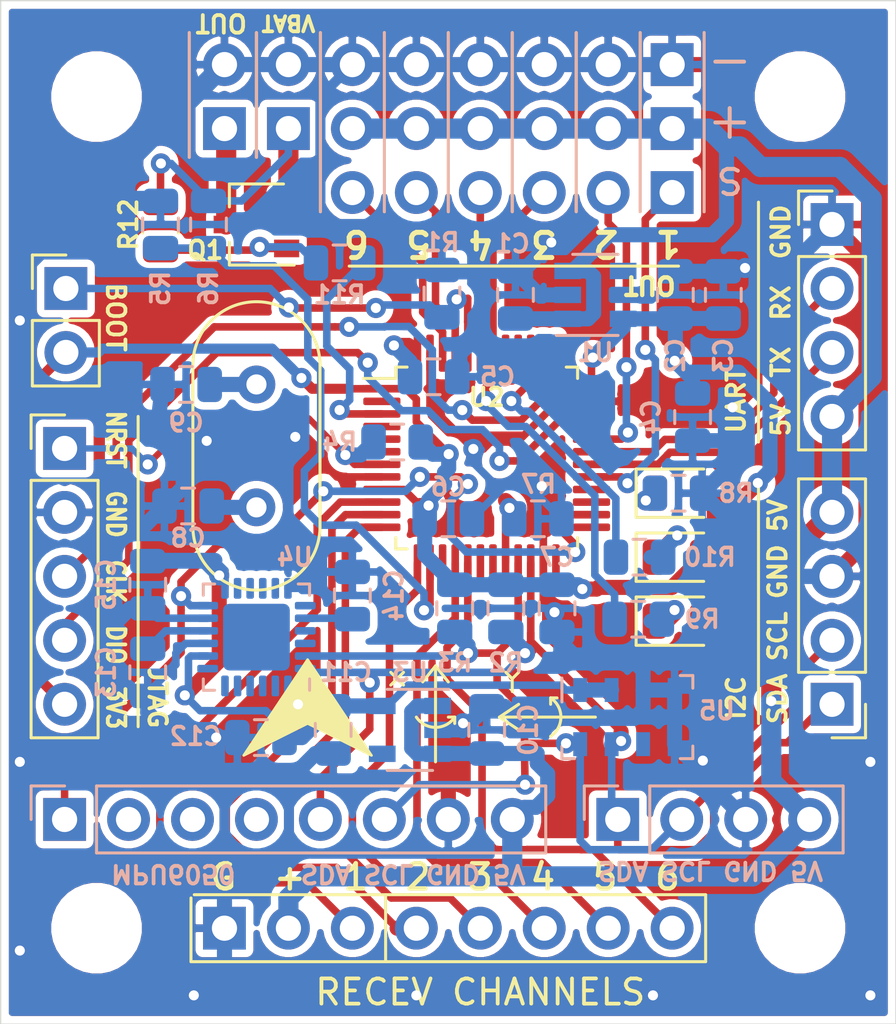
<source format=kicad_pcb>
(kicad_pcb (version 20171130) (host pcbnew 5.1.5+dfsg1-2build2)
  (layers (0 F.Cu signal) (31 B.Cu signal) (34 B.Paste user) (35 F.Paste user) (36 B.SilkS user) (37 F.SilkS user) (38 B.Mask user) (39 F.Mask user) (44 Edge.Cuts user))
  (net 0 "")
  (net 1 +5V)
  (net 2 GND)
  (net 3 +3V3)
  (net 4 /osc1)
  (net 5 /osc2)
  (net 6 /BOOT0)
  (net 7 /RC_CH6)
  (net 8 /RC_CH5)
  (net 9 /RC_CH4)
  (net 10 /RC_CH3)
  (net 11 /RC_CH2)
  (net 12 /RC_CH1)
  (net 13 /PWM6)
  (net 14 /PWM5)
  (net 15 /PWM4)
  (net 16 /PWM3)
  (net 17 /PWM2)
  (net 18 /PWM1)
  (net 19 /SDA)
  (net 20 /SCL)
  (net 21 /POWER_ADC)
  (net 22 /BOOT1)
  (net 23 "Net-(D1-Pad1)")
  (net 24 /LED0)
  (net 25 "Net-(D2-Pad1)")
  (net 26 /LED1)
  (net 27 "Net-(D3-Pad1)")
  (net 28 /TX0)
  (net 29 /RX0)
  (net 30 /SWDIO)
  (net 31 /SWDCLK)
  (net 32 VSENS)
  (net 33 "Net-(C13-Pad1)")
  (net 34 "Net-(C14-Pad1)")
  (net 35 /MPU_INT)
  (net 36 /NRST)
  (net 37 "Net-(J12-Pad1)")
  (net 38 "Net-(Q1-Pad1)")
  (net 39 /vbat)
  (net 40 /POWER_EN)
  (module Connector_PinHeader_2.54mm:PinHeader_1x08_P2.54mm_Vertical (layer F.Cu) (at 121.92 67.31 90)
    (fp_text reference J5 hide)
    (fp_text value "RECEV CHANNELS" (at -2.54 10.16) (layer F.SilkS))
    (pad 8 thru_hole oval (at 0 17.78 90) (size 1.7 1.7) (drill 1) (layers *.Cu *.Mask) (net 7 /RC_CH6))
    (pad 7 thru_hole oval (at 0 15.24 90) (size 1.7 1.7) (drill 1) (layers *.Cu *.Mask) (net 8 /RC_CH5))
    (pad 6 thru_hole oval (at 0 12.7 90) (size 1.7 1.7) (drill 1) (layers *.Cu *.Mask) (net 9 /RC_CH4))
    (pad 5 thru_hole oval (at 0 10.16 90) (size 1.7 1.7) (drill 1) (layers *.Cu *.Mask) (net 10 /RC_CH3))
    (pad 4 thru_hole oval (at 0 7.62 90) (size 1.7 1.7) (drill 1) (layers *.Cu *.Mask) (net 11 /RC_CH2))
    (pad 3 thru_hole oval (at 0 5.08 90) (size 1.7 1.7) (drill 1) (layers *.Cu *.Mask) (net 12 /RC_CH1))
    (pad 2 thru_hole oval (at 0 2.54 90) (size 1.7 1.7) (drill 1) (layers *.Cu *.Mask) (net 1 +5V))
    (pad 1 thru_hole rect (at 0 0 90) (size 1.7 1.7) (drill 1) (layers *.Cu *.Mask) (net 2 GND))
  )
  (module Connector_PinHeader_2.54mm:PinHeader_1x02_P2.54mm_Vertical (layer F.Cu) (at 124.46 35.56 180)
    (fp_text reference J3 hide)
    (fp_text value VBAT (at 0 4.191 180 unlocked) (layer F.SilkS) (effects (font (size 0.6 0.6))))
    (pad 2 thru_hole oval (at 0 2.54 180) (size 1.7 1.7) (drill 1) (layers *.Cu *.Mask) (net 2 GND))
    (pad 1 thru_hole rect (at 0 0 180) (size 1.7 1.7) (drill 1) (layers *.Cu *.Mask) (net 39 /vbat))
  )
  (module Connector_PinHeader_2.54mm:PinHeader_1x02_P2.54mm_Vertical (layer F.Cu) (at 121.92 35.56 180)
    (fp_text reference J12 hide)
    (fp_text value out hide)
    (fp_text user OUT (at 0.127 4.191 180 unlocked) (layer F.SilkS) (effects (font (size 0.7 0.7))))
    (pad 2 thru_hole oval (at 0 2.54 180) (size 1.7 1.7) (drill 1) (layers *.Cu *.Mask) (net 2 GND))
    (pad 1 thru_hole rect (at 0 0 180) (size 1.7 1.7) (drill 1) (layers *.Cu *.Mask) (net 37 "Net-(J12-Pad1)"))
  )
  (module Package_TO_SOT_SMD:SOT-23W (layer F.Cu) (at 123.19 39.37 180)
    (fp_text reference Q1 (at 2.032 -1.016) (layer F.SilkS) (effects (font (size 0.7 0.7))))
    (fp_text value Q_PMOS_GSD)
    (pad 3 smd rect (at 1.2 0 180) (size 1 0.7) (layers F.Cu F.Paste F.Mask) (net 37 "Net-(J12-Pad1)"))
    (pad 2 smd rect (at -1.2 0.95 180) (size 1 0.7) (layers F.Cu F.Paste F.Mask) (net 39 /vbat))
    (pad 1 smd rect (at -1.2 -0.95 180) (size 1 0.7) (layers F.Cu F.Paste F.Mask) (net 38 "Net-(Q1-Pad1)"))
  )
  (module Resistor_SMD:R_0805_2012Metric (layer F.Cu) (at 119.38 39.4485 270)
    (fp_text reference R12 (at -0.0785 1.27 270) (layer F.SilkS) (effects (font (size 0.7 0.7))))
    (fp_text value 10k)
    (pad 2 smd roundrect (at 0.9375 0 270) (size 0.975 1.4) (layers F.Cu F.Paste F.Mask) (net 38 "Net-(Q1-Pad1)"))
    (pad 1 smd roundrect (at -0.9375 0 270) (size 0.975 1.4) (layers F.Cu F.Paste F.Mask) (net 39 /vbat))
  )
  (module Resistor_SMD:R_0805_2012Metric (layer B.Cu) (at 126.492 40.894 180)
    (fp_text reference R11 (at 0 -1.27) (layer B.SilkS) (effects (font (size 0.7 0.7)) (justify mirror)))
    (fp_text value 10k)
    (pad 2 smd roundrect (at 0.9375 0 180) (size 0.975 1.4) (layers B.Cu B.Paste B.Mask) (net 38 "Net-(Q1-Pad1)"))
    (pad 1 smd roundrect (at -0.9375 0 180) (size 0.975 1.4) (layers B.Cu B.Paste B.Mask) (net 40 /POWER_EN))
  )
  (module Connector_PinHeader_2.54mm:PinHeader_1x05_P2.54mm_Vertical (layer F.Cu) (at 115.57 48.26)
    (fp_text reference J11 hide)
    (fp_text value JTAG (at 3.683 9.906 270 unlocked) (layer F.SilkS) (effects (font (size 0.7 0.7))))
    (pad 5 thru_hole oval (at 0 10.16) (size 1.7 1.7) (drill 1) (layers *.Cu *.Mask) (net 3 +3V3))
    (pad 4 thru_hole oval (at 0 7.62) (size 1.7 1.7) (drill 1) (layers *.Cu *.Mask) (net 30 /SWDIO))
    (pad 3 thru_hole oval (at 0 5.08) (size 1.7 1.7) (drill 1) (layers *.Cu *.Mask) (net 31 /SWDCLK))
    (pad 2 thru_hole oval (at 0 2.54) (size 1.7 1.7) (drill 1) (layers *.Cu *.Mask) (net 2 GND))
    (pad 1 thru_hole rect (at 0 0) (size 1.7 1.7) (drill 1) (layers *.Cu *.Mask) (net 36 /NRST))
  )
  (module Connector_PinHeader_2.54mm:PinHeader_1x06_P2.54mm_Vertical (layer F.Cu) (at 139.7 33.02 270)
    (fp_text reference J7)
    (fp_text value "ESC OUT")
    (pad 6 thru_hole oval (at 0 12.7 270) (size 1.7 1.7) (drill 1) (layers *.Cu *.Mask) (net 2 GND))
    (pad 5 thru_hole oval (at 0 10.16 270) (size 1.7 1.7) (drill 1) (layers *.Cu *.Mask) (net 2 GND))
    (pad 4 thru_hole oval (at 0 7.62 270) (size 1.7 1.7) (drill 1) (layers *.Cu *.Mask) (net 2 GND))
    (pad 3 thru_hole oval (at 0 5.08 270) (size 1.7 1.7) (drill 1) (layers *.Cu *.Mask) (net 2 GND))
    (pad 2 thru_hole oval (at 0 2.54 270) (size 1.7 1.7) (drill 1) (layers *.Cu *.Mask) (net 2 GND))
    (pad 1 thru_hole rect (at 0 0 270) (size 1.7 1.7) (drill 1) (layers *.Cu *.Mask) (net 2 GND))
  )
  (module Connector_PinHeader_2.54mm:PinHeader_1x06_P2.54mm_Vertical (layer F.Cu) (at 139.7 35.56 270)
    (fp_text reference J8)
    (fp_text value "ESC OUT")
    (pad 6 thru_hole oval (at 0 12.7 270) (size 1.7 1.7) (drill 1) (layers *.Cu *.Mask) (net 1 +5V))
    (pad 5 thru_hole oval (at 0 10.16 270) (size 1.7 1.7) (drill 1) (layers *.Cu *.Mask) (net 1 +5V))
    (pad 4 thru_hole oval (at 0 7.62 270) (size 1.7 1.7) (drill 1) (layers *.Cu *.Mask) (net 1 +5V))
    (pad 3 thru_hole oval (at 0 5.08 270) (size 1.7 1.7) (drill 1) (layers *.Cu *.Mask) (net 1 +5V))
    (pad 2 thru_hole oval (at 0 2.54 270) (size 1.7 1.7) (drill 1) (layers *.Cu *.Mask) (net 1 +5V))
    (pad 1 thru_hole rect (at 0 0 270) (size 1.7 1.7) (drill 1) (layers *.Cu *.Mask) (net 1 +5V))
  )
  (module Connector_PinHeader_2.54mm:PinHeader_1x06_P2.54mm_Vertical (layer F.Cu) (at 139.7 38.1 270)
    (fp_text reference J6)
    (fp_text value "ESC OUT")
    (pad 6 thru_hole oval (at 0 12.7 270) (size 1.7 1.7) (drill 1) (layers *.Cu *.Mask) (net 13 /PWM6))
    (pad 5 thru_hole oval (at 0 10.16 270) (size 1.7 1.7) (drill 1) (layers *.Cu *.Mask) (net 14 /PWM5))
    (pad 4 thru_hole oval (at 0 7.62 270) (size 1.7 1.7) (drill 1) (layers *.Cu *.Mask) (net 15 /PWM4))
    (pad 3 thru_hole oval (at 0 5.08 270) (size 1.7 1.7) (drill 1) (layers *.Cu *.Mask) (net 16 /PWM3))
    (pad 2 thru_hole oval (at 0 2.54 270) (size 1.7 1.7) (drill 1) (layers *.Cu *.Mask) (net 17 /PWM2))
    (pad 1 thru_hole rect (at 0 0 270) (size 1.7 1.7) (drill 1) (layers *.Cu *.Mask) (net 18 /PWM1))
  )
  (module Package_LGA:LGA-8_3x5mm_P1.25mm (layer B.Cu) (at 137.922 58.928 270)
    (fp_text reference U5 (at -0.254 -3.556) (layer B.SilkS) (effects (font (size 0.7 0.7)) (justify mirror)))
    (fp_text value MS5611-01BA)
    (pad 5 smd rect (at 1.075 -1.875 270) (size 0.95 0.55) (layers B.Cu B.Paste B.Mask) (net 2 GND))
    (pad 6 smd rect (at 1.075 -0.625 270) (size 0.95 0.55) (layers B.Cu B.Paste B.Mask))
    (pad 7 smd rect (at 1.075 0.625 270) (size 0.95 0.55) (layers B.Cu B.Paste B.Mask) (net 19 /SDA))
    (pad 8 smd rect (at 1.075 1.875 270) (size 0.95 0.55) (layers B.Cu B.Paste B.Mask) (net 20 /SCL))
    (pad 3 smd rect (at -1.075 -0.625 270) (size 0.95 0.55) (layers B.Cu B.Paste B.Mask) (net 2 GND))
    (pad 2 smd rect (at -1.075 0.625 270) (size 0.95 0.55) (layers B.Cu B.Paste B.Mask) (net 32 VSENS))
    (pad 1 smd rect (at -1.075 1.875 270) (size 0.95 0.55) (layers B.Cu B.Paste B.Mask) (net 32 VSENS))
    (pad 4 smd rect (at -1.075 -1.875 270) (size 0.95 0.55) (layers B.Cu B.Paste B.Mask) (net 2 GND))
  )
  (module Package_DFN_QFN:QFN-24-1EP_4x4mm_P0.5mm_EP2.65x2.65mm (layer B.Cu) (at 123.19 55.753 90)
    (fp_text reference U4 (at 3.175 1.524 180) (layer B.SilkS) (effects (font (size 0.7 0.7)) (justify mirror)))
    (fp_text value MPU-6050_NRND)
    (pad 24 smd roundrect (at -1.25 1.9375 90) (size 0.3 0.825) (layers B.Cu B.Paste B.Mask) (net 19 /SDA))
    (pad 23 smd roundrect (at -0.75 1.9375 90) (size 0.3 0.825) (layers B.Cu B.Paste B.Mask) (net 20 /SCL))
    (pad 22 smd roundrect (at -0.25 1.9375 90) (size 0.3 0.825) (layers B.Cu B.Paste B.Mask))
    (pad 21 smd roundrect (at 0.25 1.9375 90) (size 0.3 0.825) (layers B.Cu B.Paste B.Mask))
    (pad 20 smd roundrect (at 0.75 1.9375 90) (size 0.3 0.825) (layers B.Cu B.Paste B.Mask) (net 34 "Net-(C14-Pad1)"))
    (pad 19 smd roundrect (at 1.25 1.9375 90) (size 0.3 0.825) (layers B.Cu B.Paste B.Mask))
    (pad 18 smd roundrect (at 1.9375 1.25 90) (size 0.825 0.3) (layers B.Cu B.Paste B.Mask) (net 2 GND))
    (pad 17 smd roundrect (at 1.9375 0.75 90) (size 0.825 0.3) (layers B.Cu B.Paste B.Mask))
    (pad 16 smd roundrect (at 1.9375 0.25 90) (size 0.825 0.3) (layers B.Cu B.Paste B.Mask))
    (pad 15 smd roundrect (at 1.9375 -0.25 90) (size 0.825 0.3) (layers B.Cu B.Paste B.Mask))
    (pad 14 smd roundrect (at 1.9375 -0.75 90) (size 0.825 0.3) (layers B.Cu B.Paste B.Mask))
    (pad 13 smd roundrect (at 1.9375 -1.25 90) (size 0.825 0.3) (layers B.Cu B.Paste B.Mask) (net 32 VSENS))
    (pad 12 smd roundrect (at 1.25 -1.9375 90) (size 0.3 0.825) (layers B.Cu B.Paste B.Mask) (net 35 /MPU_INT))
    (pad 11 smd roundrect (at 0.75 -1.9375 90) (size 0.3 0.825) (layers B.Cu B.Paste B.Mask) (net 2 GND))
    (pad 10 smd roundrect (at 0.25 -1.9375 90) (size 0.3 0.825) (layers B.Cu B.Paste B.Mask) (net 33 "Net-(C13-Pad1)"))
    (pad 9 smd roundrect (at -0.25 -1.9375 90) (size 0.3 0.825) (layers B.Cu B.Paste B.Mask) (net 2 GND))
    (pad 8 smd roundrect (at -0.75 -1.9375 90) (size 0.3 0.825) (layers B.Cu B.Paste B.Mask) (net 32 VSENS))
    (pad 7 smd roundrect (at -1.25 -1.9375 90) (size 0.3 0.825) (layers B.Cu B.Paste B.Mask))
    (pad 6 smd roundrect (at -1.9375 -1.25 90) (size 0.825 0.3) (layers B.Cu B.Paste B.Mask))
    (pad 5 smd roundrect (at -1.9375 -0.75 90) (size 0.825 0.3) (layers B.Cu B.Paste B.Mask))
    (pad 4 smd roundrect (at -1.9375 -0.25 90) (size 0.825 0.3) (layers B.Cu B.Paste B.Mask))
    (pad 3 smd roundrect (at -1.9375 0.25 90) (size 0.825 0.3) (layers B.Cu B.Paste B.Mask))
    (pad 2 smd roundrect (at -1.9375 0.75 90) (size 0.825 0.3) (layers B.Cu B.Paste B.Mask))
    (pad 1 smd roundrect (at -1.9375 1.25 90) (size 0.825 0.3) (layers B.Cu B.Paste B.Mask) (net 2 GND))
    (pad 25 smd roundrect (at 0 0 90) (size 2.65 2.65) (layers B.Cu B.Mask) (roundrect_rratio 0.09433999999999999))
  )
  (module Package_TO_SOT_SMD:SOT-23-5 (layer B.Cu) (at 129.286 59.436 180)
    (fp_text reference U3 (at 0 2.286) (layer B.SilkS) (effects (font (size 0.7 0.7)) (justify mirror)))
    (fp_text value MIC5504-3.3YM5)
    (pad 5 smd rect (at 1.1 0.95 180) (size 1.06 0.65) (layers B.Cu B.Paste B.Mask) (net 32 VSENS))
    (pad 4 smd rect (at 1.1 -0.95 180) (size 1.06 0.65) (layers B.Cu B.Paste B.Mask))
    (pad 3 smd rect (at -1.1 -0.95 180) (size 1.06 0.65) (layers B.Cu B.Paste B.Mask) (net 1 +5V))
    (pad 2 smd rect (at -1.1 0 180) (size 1.06 0.65) (layers B.Cu B.Paste B.Mask) (net 2 GND))
    (pad 1 smd rect (at -1.1 0.95 180) (size 1.06 0.65) (layers B.Cu B.Paste B.Mask) (net 1 +5V))
  )
  (module Capacitor_SMD:C_0805_2012Metric (layer B.Cu) (at 118.872 53.6725 270)
    (fp_text reference C15 (at 0 1.65 270) (layer B.SilkS) (effects (font (size 0.7 0.7)) (justify mirror)))
    (fp_text value 100nf)
    (pad 2 smd roundrect (at 0.9375 0 270) (size 0.975 1.4) (layers B.Cu B.Paste B.Mask) (net 2 GND))
    (pad 1 smd roundrect (at -0.9375 0 270) (size 0.975 1.4) (layers B.Cu B.Paste B.Mask) (net 32 VSENS))
  )
  (module Capacitor_SMD:C_0805_2012Metric (layer B.Cu) (at 127 54.102 90)
    (fp_text reference C14 (at 0 1.65 270) (layer B.SilkS) (effects (font (size 0.7 0.7)) (justify mirror)))
    (fp_text value 100nf)
    (pad 2 smd roundrect (at 0.9375 0 90) (size 0.975 1.4) (layers B.Cu B.Paste B.Mask) (net 2 GND))
    (pad 1 smd roundrect (at -0.9375 0 90) (size 0.975 1.4) (layers B.Cu B.Paste B.Mask) (net 34 "Net-(C14-Pad1)"))
  )
  (module Capacitor_SMD:C_0805_2012Metric (layer B.Cu) (at 118.872 57.15 270)
    (fp_text reference C13 (at 0 1.65 270) (layer B.SilkS) (effects (font (size 0.7 0.7)) (justify mirror)))
    (fp_text value 100nf)
    (pad 2 smd roundrect (at 0.9375 0 270) (size 0.975 1.4) (layers B.Cu B.Paste B.Mask) (net 2 GND))
    (pad 1 smd roundrect (at -0.9375 0 270) (size 0.975 1.4) (layers B.Cu B.Paste B.Mask) (net 33 "Net-(C13-Pad1)"))
  )
  (module Capacitor_SMD:C_0805_2012Metric (layer B.Cu) (at 126.238 59.436 270)
    (fp_text reference C11 (at -2.286 -0.508) (layer B.SilkS) (effects (font (size 0.7 0.7)) (justify mirror)))
    (fp_text value 1uf)
    (pad 2 smd roundrect (at 0.9375 0 270) (size 0.975 1.4) (layers B.Cu B.Paste B.Mask) (net 2 GND))
    (pad 1 smd roundrect (at -0.9375 0 270) (size 0.975 1.4) (layers B.Cu B.Paste B.Mask) (net 32 VSENS))
  )
  (module Capacitor_SMD:C_0805_2012Metric (layer B.Cu) (at 132.334 59.436 90)
    (fp_text reference C10 (at 0 1.65 270) (layer B.SilkS) (effects (font (size 0.7 0.7)) (justify mirror)))
    (fp_text value 1uf)
    (pad 2 smd roundrect (at 0.9375 0 90) (size 0.975 1.4) (layers B.Cu B.Paste B.Mask) (net 2 GND))
    (pad 1 smd roundrect (at -0.9375 0 90) (size 0.975 1.4) (layers B.Cu B.Paste B.Mask) (net 1 +5V))
  )
  (module Connector_PinHeader_2.54mm:PinHeader_1x04_P2.54mm_Vertical (layer F.Cu) (at 146.05 39.37)
    (fp_text reference J9 hide)
    (fp_text value UART (at -3.81 6.985 90) (layer F.SilkS) (effects (font (size 0.7 0.7))))
    (pad 4 thru_hole oval (at 0 7.62) (size 1.7 1.7) (drill 1) (layers *.Cu *.Mask) (net 1 +5V))
    (pad 3 thru_hole oval (at 0 5.08) (size 1.7 1.7) (drill 1) (layers *.Cu *.Mask) (net 28 /TX0))
    (pad 2 thru_hole oval (at 0 2.54) (size 1.7 1.7) (drill 1) (layers *.Cu *.Mask) (net 29 /RX0))
    (pad 1 thru_hole rect (at 0 0) (size 1.7 1.7) (drill 1) (layers *.Cu *.Mask) (net 2 GND))
  )
  (module Connector_PinHeader_2.54mm:PinHeader_1x04_P2.54mm_Vertical (layer F.Cu) (at 146.05 58.42 180)
    (fp_text reference J10 hide)
    (fp_text value I2C (at 3.81 0.254 90) (layer F.SilkS) (effects (font (size 0.7 0.7))))
    (pad 4 thru_hole oval (at 0 7.62 180) (size 1.7 1.7) (drill 1) (layers *.Cu *.Mask) (net 1 +5V))
    (pad 3 thru_hole oval (at 0 5.08 180) (size 1.7 1.7) (drill 1) (layers *.Cu *.Mask) (net 2 GND))
    (pad 2 thru_hole oval (at 0 2.54 180) (size 1.7 1.7) (drill 1) (layers *.Cu *.Mask) (net 20 /SCL))
    (pad 1 thru_hole rect (at 0 0 180) (size 1.7 1.7) (drill 1) (layers *.Cu *.Mask) (net 19 /SDA))
  )
  (module MountingHole:MountingHole_3mm (layer F.Cu) (at 144.78 67.31)
    (fp_text reference H4 hide)
    (fp_text value MountingHole)
    (pad 1 np_thru_hole circle (at 0 0) (size 3 3) (drill 3) (layers *.Cu *.Mask))
  )
  (module MountingHole:MountingHole_3mm (layer F.Cu) (at 116.84 67.31)
    (fp_text reference H3 hide)
    (fp_text value MountingHole)
    (pad 1 np_thru_hole circle (at 0 0) (size 3 3) (drill 3) (layers *.Cu *.Mask))
  )
  (module MountingHole:MountingHole_3mm (layer F.Cu) (at 144.78 34.29)
    (fp_text reference H2 hide)
    (fp_text value MountingHole)
    (pad 1 np_thru_hole circle (at 0 0) (size 3 3) (drill 3) (layers *.Cu *.Mask))
  )
  (module MountingHole:MountingHole_3mm (layer F.Cu) (at 116.84 34.29)
    (fp_text reference H1 hide)
    (fp_text value MountingHole)
    (pad 1 np_thru_hole circle (at 0 0) (size 3 3) (drill 3) (layers *.Cu *.Mask))
  )
  (module LED_SMD:LED_0805_2012Metric (layer F.Cu) (at 139.954 52.578)
    (fp_text reference D3 hide)
    (fp_text value LED)
    (pad 2 smd roundrect (at 0.9375 0) (size 0.975 1.4) (layers F.Cu F.Paste F.Mask) (net 3 +3V3))
    (pad 1 smd roundrect (at -0.9375 0) (size 0.975 1.4) (layers F.Cu F.Paste F.Mask) (net 27 "Net-(D3-Pad1)"))
  )
  (module LED_SMD:LED_0805_2012Metric (layer F.Cu) (at 139.954 55.118)
    (fp_text reference D2 hide)
    (fp_text value LED)
    (pad 2 smd roundrect (at 0.9375 0) (size 0.975 1.4) (layers F.Cu F.Paste F.Mask) (net 3 +3V3))
    (pad 1 smd roundrect (at -0.9375 0) (size 0.975 1.4) (layers F.Cu F.Paste F.Mask) (net 25 "Net-(D2-Pad1)"))
  )
  (module LED_SMD:LED_0805_2012Metric (layer F.Cu) (at 139.954 50.038)
    (fp_text reference D1 hide)
    (fp_text value LED)
    (pad 2 smd roundrect (at 0.9375 0) (size 0.975 1.4) (layers F.Cu F.Paste F.Mask) (net 3 +3V3))
    (pad 1 smd roundrect (at -0.9375 0) (size 0.975 1.4) (layers F.Cu F.Paste F.Mask) (net 23 "Net-(D1-Pad1)"))
  )
  (module Resistor_SMD:R_0805_2012Metric (layer B.Cu) (at 138.4046 52.578 180)
    (fp_text reference R10 (at -2.794 0 180) (layer B.SilkS) (effects (font (size 0.7 0.7)) (justify mirror)))
    (fp_text value 100)
    (pad 2 smd roundrect (at 0.9375 0 180) (size 0.975 1.4) (layers B.Cu B.Paste B.Mask) (net 26 /LED1))
    (pad 1 smd roundrect (at -0.9375 0 180) (size 0.975 1.4) (layers B.Cu B.Paste B.Mask) (net 27 "Net-(D3-Pad1)"))
  )
  (module Resistor_SMD:R_0805_2012Metric (layer B.Cu) (at 138.3538 55.0418 180)
    (fp_text reference R9 (at -2.54 0) (layer B.SilkS) (effects (font (size 0.7 0.7)) (justify mirror)))
    (fp_text value 100)
    (pad 2 smd roundrect (at 0.9375 0 180) (size 0.975 1.4) (layers B.Cu B.Paste B.Mask) (net 24 /LED0))
    (pad 1 smd roundrect (at -0.9375 0 180) (size 0.975 1.4) (layers B.Cu B.Paste B.Mask) (net 25 "Net-(D2-Pad1)"))
  )
  (module Resistor_SMD:R_0805_2012Metric (layer B.Cu) (at 139.954 50.038)
    (fp_text reference R8 (at 2.286 0) (layer B.SilkS) (effects (font (size 0.7 0.7)) (justify mirror)))
    (fp_text value 100)
    (pad 2 smd roundrect (at 0.9375 0) (size 0.975 1.4) (layers B.Cu B.Paste B.Mask) (net 2 GND))
    (pad 1 smd roundrect (at -0.9375 0) (size 0.975 1.4) (layers B.Cu B.Paste B.Mask) (net 23 "Net-(D1-Pad1)"))
  )
  (module Resistor_SMD:R_0805_2012Metric (layer B.Cu) (at 134.366 51.054)
    (fp_text reference R7 (at 0.0254 -1.3716) (layer B.SilkS) (effects (font (size 0.7 0.7)) (justify mirror)))
    (fp_text value 10k)
    (pad 2 smd roundrect (at 0.9375 0) (size 0.975 1.4) (layers B.Cu B.Paste B.Mask) (net 2 GND))
    (pad 1 smd roundrect (at -0.9375 0) (size 0.975 1.4) (layers B.Cu B.Paste B.Mask) (net 22 /BOOT1))
  )
  (module Resistor_SMD:R_0805_2012Metric (layer B.Cu) (at 121.285 39.37 90)
    (fp_text reference R6 (at -2.54 0 90) (layer B.SilkS) (effects (font (size 0.7 0.7)) (justify mirror)))
    (fp_text value 1K)
    (pad 1 smd roundrect (at -0.9375 0 90) (size 0.975 1.4) (layers B.Cu B.Paste B.Mask) (net 21 /POWER_ADC))
    (pad 2 smd roundrect (at 0.9375 0 90) (size 0.975 1.4) (layers B.Cu B.Paste B.Mask) (net 39 /vbat))
  )
  (module Resistor_SMD:R_0805_2012Metric (layer B.Cu) (at 119.38 39.37 270)
    (fp_text reference R5 (at 2.54 0 270) (layer B.SilkS) (effects (font (size 0.7 0.7)) (justify mirror)))
    (fp_text value 10k)
    (pad 1 smd roundrect (at -0.9375 0 270) (size 0.975 1.4) (layers B.Cu B.Paste B.Mask) (net 2 GND))
    (pad 2 smd roundrect (at 0.9375 0 270) (size 0.975 1.4) (layers B.Cu B.Paste B.Mask) (net 21 /POWER_ADC))
  )
  (module Connector_PinHeader_2.54mm:PinHeader_1x02_P2.54mm_Vertical (layer F.Cu) (at 115.6208 41.91)
    (fp_text reference J4 hide)
    (fp_text value BOOT (at 1.9812 1.143 270 unlocked) (layer F.SilkS) (effects (font (size 0.7 0.7))))
    (pad 2 thru_hole oval (at 0 2.54) (size 1.7 1.7) (drill 1) (layers *.Cu *.Mask) (net 3 +3V3))
    (pad 1 thru_hole rect (at 0 0) (size 1.7 1.7) (drill 1) (layers *.Cu *.Mask) (net 6 /BOOT0))
  )
  (module Connector_PinHeader_2.54mm:PinHeader_1x04_P2.54mm_Vertical (layer B.Cu) (at 137.541 62.992 270)
    (fp_text reference J2 hide)
    (fp_text value Conn_01x04_Female)
    (pad 4 thru_hole oval (at 0 -7.62 270) (size 1.7 1.7) (drill 1) (layers *.Cu *.Mask) (net 1 +5V))
    (pad 3 thru_hole oval (at 0 -5.08 270) (size 1.7 1.7) (drill 1) (layers *.Cu *.Mask) (net 2 GND))
    (pad 2 thru_hole oval (at 0 -2.54 270) (size 1.7 1.7) (drill 1) (layers *.Cu *.Mask) (net 20 /SCL))
    (pad 1 thru_hole rect (at 0 0 270) (size 1.7 1.7) (drill 1) (layers *.Cu *.Mask) (net 19 /SDA))
  )
  (module Capacitor_SMD:C_0805_2012Metric (layer B.Cu) (at 133.477 42.164 90)
    (fp_text reference C1 (at 2.032 -0.127) (layer B.SilkS) (effects (font (size 0.7 0.7)) (justify mirror)))
    (fp_text value 1uf)
    (pad 1 smd roundrect (at -0.9375 0 90) (size 0.975 1.4) (layers B.Cu B.Paste B.Mask) (net 1 +5V))
    (pad 2 smd roundrect (at 0.9375 0 90) (size 0.975 1.4) (layers B.Cu B.Paste B.Mask) (net 2 GND))
  )
  (module Capacitor_SMD:C_0805_2012Metric (layer B.Cu) (at 139.827 42.164 90)
    (fp_text reference C2 (at -2.413 0 270) (layer B.SilkS) (effects (font (size 0.7 0.7)) (justify mirror)))
    (fp_text value 1uf)
    (pad 2 smd roundrect (at 0.9375 0 90) (size 0.975 1.4) (layers B.Cu B.Paste B.Mask) (net 2 GND))
    (pad 1 smd roundrect (at -0.9375 0 90) (size 0.975 1.4) (layers B.Cu B.Paste B.Mask) (net 3 +3V3))
  )
  (module Capacitor_SMD:C_0805_2012Metric (layer B.Cu) (at 140.5128 47.0154 270)
    (fp_text reference C4 (at 0 1.65 90) (layer B.SilkS) (effects (font (size 0.7 0.7)) (justify mirror)))
    (fp_text value 100nf)
    (pad 2 smd roundrect (at 0.9375 0 270) (size 0.975 1.4) (layers B.Cu B.Paste B.Mask) (net 2 GND))
    (pad 1 smd roundrect (at -0.9375 0 270) (size 0.975 1.4) (layers B.Cu B.Paste B.Mask) (net 3 +3V3))
  )
  (module Capacitor_SMD:C_0805_2012Metric (layer B.Cu) (at 130.2258 45.4152)
    (fp_text reference C5 (at 2.54 0 180) (layer B.SilkS) (effects (font (size 0.7 0.7)) (justify mirror)))
    (fp_text value 100nf)
    (pad 1 smd roundrect (at -0.9375 0) (size 0.975 1.4) (layers B.Cu B.Paste B.Mask) (net 3 +3V3))
    (pad 2 smd roundrect (at 0.9375 0) (size 0.975 1.4) (layers B.Cu B.Paste B.Mask) (net 2 GND))
  )
  (module Capacitor_SMD:C_0805_2012Metric (layer B.Cu) (at 130.81 51.054)
    (fp_text reference C6 (at 0 -1.27) (layer B.SilkS) (effects (font (size 0.7 0.7)) (justify mirror)))
    (fp_text value 100nf)
    (pad 2 smd roundrect (at 0.9375 0) (size 0.975 1.4) (layers B.Cu B.Paste B.Mask) (net 2 GND))
    (pad 1 smd roundrect (at -0.9375 0) (size 0.975 1.4) (layers B.Cu B.Paste B.Mask) (net 3 +3V3))
  )
  (module Capacitor_SMD:C_0805_2012Metric (layer B.Cu) (at 135.128 54.61 270)
    (fp_text reference C7 (at -2.032 0) (layer B.SilkS) (effects (font (size 0.7 0.7)) (justify mirror)))
    (fp_text value 100nf)
    (pad 1 smd roundrect (at -0.9375 0 270) (size 0.975 1.4) (layers B.Cu B.Paste B.Mask) (net 3 +3V3))
    (pad 2 smd roundrect (at 0.9375 0 270) (size 0.975 1.4) (layers B.Cu B.Paste B.Mask) (net 2 GND))
  )
  (module Resistor_SMD:R_0805_2012Metric (layer B.Cu) (at 130.556 42.1132 90)
    (fp_text reference R1 (at 2.032 0) (layer B.SilkS) (effects (font (size 0.7 0.7)) (justify mirror)))
    (fp_text value 10k)
    (pad 1 smd roundrect (at -0.9375 0 90) (size 0.975 1.4) (layers B.Cu B.Paste B.Mask) (net 6 /BOOT0))
    (pad 2 smd roundrect (at 0.9375 0 90) (size 0.975 1.4) (layers B.Cu B.Paste B.Mask) (net 2 GND))
  )
  (module Resistor_SMD:R_0805_2012Metric (layer B.Cu) (at 133.096 54.61 270)
    (fp_text reference R2 (at 2.159 0 180) (layer B.SilkS) (effects (font (size 0.7 0.7)) (justify mirror)))
    (fp_text value 4.7k)
    (pad 1 smd roundrect (at -0.9375 0 270) (size 0.975 1.4) (layers B.Cu B.Paste B.Mask) (net 3 +3V3))
    (pad 2 smd roundrect (at 0.9375 0 270) (size 0.975 1.4) (layers B.Cu B.Paste B.Mask) (net 19 /SDA))
  )
  (module Resistor_SMD:R_0805_2012Metric (layer B.Cu) (at 131.064 54.61 270)
    (fp_text reference R3 (at 2.159 0) (layer B.SilkS) (effects (font (size 0.7 0.7)) (justify mirror)))
    (fp_text value 4.7k)
    (pad 2 smd roundrect (at 0.9375 0 270) (size 0.975 1.4) (layers B.Cu B.Paste B.Mask) (net 20 /SCL))
    (pad 1 smd roundrect (at -0.9375 0 270) (size 0.975 1.4) (layers B.Cu B.Paste B.Mask) (net 3 +3V3))
  )
  (module Package_TO_SOT_SMD:SOT-23-5 (layer B.Cu) (at 136.652 42.164)
    (fp_text reference U1 (at 0 2.286) (layer B.SilkS) (effects (font (size 0.7 0.7)) (justify mirror)))
    (fp_text value MIC5504-3.3YM5)
    (pad 1 smd rect (at -1.1 0.95) (size 1.06 0.65) (layers B.Cu B.Paste B.Mask) (net 1 +5V))
    (pad 2 smd rect (at -1.1 0) (size 1.06 0.65) (layers B.Cu B.Paste B.Mask) (net 2 GND))
    (pad 3 smd rect (at -1.1 -0.95) (size 1.06 0.65) (layers B.Cu B.Paste B.Mask) (net 1 +5V))
    (pad 4 smd rect (at 1.1 -0.95) (size 1.06 0.65) (layers B.Cu B.Paste B.Mask))
    (pad 5 smd rect (at 1.1 0.95) (size 1.06 0.65) (layers B.Cu B.Paste B.Mask) (net 3 +3V3))
  )
  (module Package_QFP:LQFP-48_7x7mm_P0.5mm (layer F.Cu) (at 132.334 48.641)
    (fp_text reference U2 (at 0 -2.413) (layer F.SilkS) (effects (font (size 0.7 0.7))))
    (fp_text value STM32F103C8Tx)
    (pad 1 smd roundrect (at -4.1625 -2.75) (size 1.475 0.3) (layers F.Cu F.Paste F.Mask) (net 3 +3V3))
    (pad 2 smd roundrect (at -4.1625 -2.25) (size 1.475 0.3) (layers F.Cu F.Paste F.Mask))
    (pad 3 smd roundrect (at -4.1625 -1.75) (size 1.475 0.3) (layers F.Cu F.Paste F.Mask) (net 40 /POWER_EN))
    (pad 4 smd roundrect (at -4.1625 -1.25) (size 1.475 0.3) (layers F.Cu F.Paste F.Mask))
    (pad 5 smd roundrect (at -4.1625 -0.75) (size 1.475 0.3) (layers F.Cu F.Paste F.Mask))
    (pad 6 smd roundrect (at -4.1625 -0.25) (size 1.475 0.3) (layers F.Cu F.Paste F.Mask))
    (pad 7 smd roundrect (at -4.1625 0.25) (size 1.475 0.3) (layers F.Cu F.Paste F.Mask) (net 36 /NRST))
    (pad 8 smd roundrect (at -4.1625 0.75) (size 1.475 0.3) (layers F.Cu F.Paste F.Mask) (net 2 GND))
    (pad 9 smd roundrect (at -4.1625 1.25) (size 1.475 0.3) (layers F.Cu F.Paste F.Mask) (net 3 +3V3))
    (pad 10 smd roundrect (at -4.1625 1.75) (size 1.475 0.3) (layers F.Cu F.Paste F.Mask) (net 12 /RC_CH1))
    (pad 11 smd roundrect (at -4.1625 2.25) (size 1.475 0.3) (layers F.Cu F.Paste F.Mask) (net 11 /RC_CH2))
    (pad 12 smd roundrect (at -4.1625 2.75) (size 1.475 0.3) (layers F.Cu F.Paste F.Mask) (net 10 /RC_CH3))
    (pad 13 smd roundrect (at -2.75 4.1625) (size 0.3 1.475) (layers F.Cu F.Paste F.Mask) (net 9 /RC_CH4))
    (pad 14 smd roundrect (at -2.25 4.1625) (size 0.3 1.475) (layers F.Cu F.Paste F.Mask) (net 21 /POWER_ADC))
    (pad 15 smd roundrect (at -1.75 4.1625) (size 0.3 1.475) (layers F.Cu F.Paste F.Mask))
    (pad 16 smd roundrect (at -1.25 4.1625) (size 0.3 1.475) (layers F.Cu F.Paste F.Mask) (net 8 /RC_CH5))
    (pad 17 smd roundrect (at -0.75 4.1625) (size 0.3 1.475) (layers F.Cu F.Paste F.Mask) (net 7 /RC_CH6))
    (pad 18 smd roundrect (at -0.25 4.1625) (size 0.3 1.475) (layers F.Cu F.Paste F.Mask))
    (pad 19 smd roundrect (at 0.25 4.1625) (size 0.3 1.475) (layers F.Cu F.Paste F.Mask))
    (pad 20 smd roundrect (at 0.75 4.1625) (size 0.3 1.475) (layers F.Cu F.Paste F.Mask) (net 22 /BOOT1))
    (pad 21 smd roundrect (at 1.25 4.1625) (size 0.3 1.475) (layers F.Cu F.Paste F.Mask) (net 20 /SCL))
    (pad 22 smd roundrect (at 1.75 4.1625) (size 0.3 1.475) (layers F.Cu F.Paste F.Mask) (net 19 /SDA))
    (pad 23 smd roundrect (at 2.25 4.1625) (size 0.3 1.475) (layers F.Cu F.Paste F.Mask) (net 2 GND))
    (pad 24 smd roundrect (at 2.75 4.1625) (size 0.3 1.475) (layers F.Cu F.Paste F.Mask) (net 3 +3V3))
    (pad 25 smd roundrect (at 4.1625 2.75) (size 1.475 0.3) (layers F.Cu F.Paste F.Mask))
    (pad 26 smd roundrect (at 4.1625 2.25) (size 1.475 0.3) (layers F.Cu F.Paste F.Mask) (net 35 /MPU_INT))
    (pad 27 smd roundrect (at 4.1625 1.75) (size 1.475 0.3) (layers F.Cu F.Paste F.Mask))
    (pad 28 smd roundrect (at 4.1625 1.25) (size 1.475 0.3) (layers F.Cu F.Paste F.Mask))
    (pad 29 smd roundrect (at 4.1625 0.75) (size 1.475 0.3) (layers F.Cu F.Paste F.Mask) (net 18 /PWM1))
    (pad 30 smd roundrect (at 4.1625 0.25) (size 1.475 0.3) (layers F.Cu F.Paste F.Mask) (net 28 /TX0))
    (pad 31 smd roundrect (at 4.1625 -0.25) (size 1.475 0.3) (layers F.Cu F.Paste F.Mask) (net 29 /RX0))
    (pad 32 smd roundrect (at 4.1625 -0.75) (size 1.475 0.3) (layers F.Cu F.Paste F.Mask) (net 17 /PWM2))
    (pad 33 smd roundrect (at 4.1625 -1.25) (size 1.475 0.3) (layers F.Cu F.Paste F.Mask))
    (pad 34 smd roundrect (at 4.1625 -1.75) (size 1.475 0.3) (layers F.Cu F.Paste F.Mask) (net 30 /SWDIO))
    (pad 35 smd roundrect (at 4.1625 -2.25) (size 1.475 0.3) (layers F.Cu F.Paste F.Mask) (net 2 GND))
    (pad 36 smd roundrect (at 4.1625 -2.75) (size 1.475 0.3) (layers F.Cu F.Paste F.Mask) (net 3 +3V3))
    (pad 37 smd roundrect (at 2.75 -4.1625) (size 0.3 1.475) (layers F.Cu F.Paste F.Mask) (net 31 /SWDCLK))
    (pad 38 smd roundrect (at 2.25 -4.1625) (size 0.3 1.475) (layers F.Cu F.Paste F.Mask))
    (pad 39 smd roundrect (at 1.75 -4.1625) (size 0.3 1.475) (layers F.Cu F.Paste F.Mask) (net 26 /LED1))
    (pad 40 smd roundrect (at 1.25 -4.1625) (size 0.3 1.475) (layers F.Cu F.Paste F.Mask) (net 24 /LED0))
    (pad 41 smd roundrect (at 0.75 -4.1625) (size 0.3 1.475) (layers F.Cu F.Paste F.Mask))
    (pad 42 smd roundrect (at 0.25 -4.1625) (size 0.3 1.475) (layers F.Cu F.Paste F.Mask) (net 16 /PWM3))
    (pad 43 smd roundrect (at -0.25 -4.1625) (size 0.3 1.475) (layers F.Cu F.Paste F.Mask) (net 15 /PWM4))
    (pad 44 smd roundrect (at -0.75 -4.1625) (size 0.3 1.475) (layers F.Cu F.Paste F.Mask) (net 6 /BOOT0))
    (pad 45 smd roundrect (at -1.25 -4.1625) (size 0.3 1.475) (layers F.Cu F.Paste F.Mask) (net 14 /PWM5))
    (pad 46 smd roundrect (at -1.75 -4.1625) (size 0.3 1.475) (layers F.Cu F.Paste F.Mask) (net 13 /PWM6))
    (pad 47 smd roundrect (at -2.25 -4.1625) (size 0.3 1.475) (layers F.Cu F.Paste F.Mask) (net 2 GND))
    (pad 48 smd roundrect (at -2.75 -4.1625) (size 0.3 1.475) (layers F.Cu F.Paste F.Mask) (net 3 +3V3))
  )
  (module Capacitor_SMD:C_0805_2012Metric (layer B.Cu) (at 120.4745 50.546 180)
    (fp_text reference C8 (at 0 -1.27 180) (layer B.SilkS) (effects (font (size 0.7 0.7)) (justify mirror)))
    (fp_text value C)
    (pad 2 smd roundrect (at 0.9375 0 180) (size 0.975 1.4) (layers B.Cu B.Paste B.Mask) (net 2 GND))
    (pad 1 smd roundrect (at -0.9375 0 180) (size 0.975 1.4) (layers B.Cu B.Paste B.Mask) (net 5 /osc2))
  )
  (module Capacitor_SMD:C_0805_2012Metric (layer B.Cu) (at 120.396 45.72 180)
    (fp_text reference C9 (at 0 -1.524) (layer B.SilkS) (effects (font (size 0.7 0.7)) (justify mirror)))
    (fp_text value C)
    (pad 1 smd roundrect (at -0.9375 0 180) (size 0.975 1.4) (layers B.Cu B.Paste B.Mask) (net 4 /osc1))
    (pad 2 smd roundrect (at 0.9375 0 180) (size 0.975 1.4) (layers B.Cu B.Paste B.Mask) (net 2 GND))
  )
  (module Crystal:Crystal_HC49-4H_Vertical (layer F.Cu) (at 123.19 50.6 90)
    (fp_text reference Y1 hide)
    (fp_text value Crystal)
    (pad 1 thru_hole circle (at 0 0 90) (size 1.5 1.5) (drill 0.8) (layers *.Cu *.Mask) (net 5 /osc2))
    (pad 2 thru_hole circle (at 4.88 0 90) (size 1.5 1.5) (drill 0.8) (layers *.Cu *.Mask) (net 4 /osc1))
  )
  (module Resistor_SMD:R_0805_2012Metric (layer B.Cu) (at 128.778 48.006 180)
    (fp_text reference R4 (at 2.286 0 180) (layer B.SilkS) (effects (font (size 0.7 0.7)) (justify mirror)))
    (fp_text value 10k)
    (pad 1 smd roundrect (at -0.9375 0 180) (size 0.975 1.4) (layers B.Cu B.Paste B.Mask) (net 3 +3V3))
    (pad 2 smd roundrect (at 0.9375 0 180) (size 0.975 1.4) (layers B.Cu B.Paste B.Mask) (net 36 /NRST))
  )
  (module Connector_PinHeader_2.54mm:PinHeader_1x08_P2.54mm_Vertical (layer B.Cu) (at 115.57 62.992 270)
    (fp_text reference J1 hide)
    (fp_text value MPU6050 (at 2.159 -4.318 180 unlocked) (layer B.SilkS) (effects (font (size 0.7 0.7)) (justify mirror)))
    (pad 1 thru_hole rect (at 0 0 270) (size 1.7 1.7) (drill 1) (layers *.Cu *.Mask) (net 35 /MPU_INT))
    (pad 2 thru_hole oval (at 0 -2.54 270) (size 1.7 1.7) (drill 1) (layers *.Cu *.Mask))
    (pad 3 thru_hole oval (at 0 -5.08 270) (size 1.7 1.7) (drill 1) (layers *.Cu *.Mask))
    (pad 4 thru_hole oval (at 0 -7.62 270) (size 1.7 1.7) (drill 1) (layers *.Cu *.Mask))
    (pad 5 thru_hole oval (at 0 -10.16 270) (size 1.7 1.7) (drill 1) (layers *.Cu *.Mask) (net 19 /SDA))
    (pad 6 thru_hole oval (at 0 -12.7 270) (size 1.7 1.7) (drill 1) (layers *.Cu *.Mask) (net 20 /SCL))
    (pad 7 thru_hole oval (at 0 -15.24 270) (size 1.7 1.7) (drill 1) (layers *.Cu *.Mask) (net 2 GND))
    (pad 8 thru_hole oval (at 0 -17.78 270) (size 1.7 1.7) (drill 1) (layers *.Cu *.Mask) (net 1 +5V))
  )
  (module Capacitor_SMD:C_0805_2012Metric (layer B.Cu) (at 141.732 42.164 90)
    (fp_text reference C3 (at -2.413 0 90) (layer B.SilkS) (effects (font (size 0.7 0.7)) (justify mirror)))
    (fp_text value 10uf)
    (pad 2 smd roundrect (at 0.9375 0 90) (size 0.975 1.4) (layers B.Cu B.Paste B.Mask) (net 2 GND))
    (pad 1 smd roundrect (at -0.9375 0 90) (size 0.975 1.4) (layers B.Cu B.Paste B.Mask) (net 3 +3V3))
  )
  (module Capacitor_SMD:C_0805_2012Metric (layer B.Cu) (at 123.3678 59.7408 180)
    (fp_text reference C12 (at 2.5908 0.0508) (layer B.SilkS) (effects (font (size 0.7 0.7)) (justify mirror)))
    (fp_text value 10uf)
    (pad 1 smd roundrect (at -0.9375 0 180) (size 0.975 1.4) (layers B.Cu B.Paste B.Mask) (net 32 VSENS))
    (pad 2 smd roundrect (at 0.9375 0 180) (size 0.975 1.4) (layers B.Cu B.Paste B.Mask) (net 2 GND))
  )
  (gr_text "SDA SCL GND 5V" (at 141.224 65.024 180) (layer B.SilkS) (effects (font (size 0.7 0.7)) (justify mirror)))
  (gr_text "SDA SCL GND 5V" (at 129.413 65.151 180) (layer B.SilkS) (effects (font (size 0.7 0.7)) (justify mirror)))
  (gr_text "s\n+\n-" (at 141.986 35.433 180) (layer B.SilkS) (effects (font (size 1.5 1.5))))
  (gr_line (start 135.89 31.75) (end 135.89 38.862) (layer B.SilkS) (width 0.12))
  (gr_line (start 133.35 31.75) (end 133.35 38.862) (layer B.SilkS) (width 0.12))
  (gr_line (start 140.97 31.75) (end 140.97 38.862) (layer B.SilkS) (width 0.12))
  (gr_line (start 123.19 31.75) (end 123.19 36.703) (layer B.SilkS) (width 0.12))
  (gr_line (start 120.523 31.75) (end 120.523 36.703) (layer B.SilkS) (width 0.12))
  (gr_line (start 125.73 31.75) (end 125.73 38.862) (layer F.SilkS) (width 0.12))
  (gr_line (start 138.43 31.75) (end 138.43 38.862) (layer B.SilkS) (width 0.12))
  (gr_line (start 130.81 31.75) (end 130.81 38.862) (layer B.SilkS) (width 0.12))
  (gr_line (start 128.27 31.75) (end 128.27 38.862) (layer B.SilkS) (width 0.12))
  (gr_text "s\n+\n-" (at 141.986 35.433 180) (layer F.SilkS) (effects (font (size 1.5 1.5))))
  (gr_line (start 120.523 31.75) (end 120.523 36.703) (layer F.SilkS) (width 0.12))
  (gr_line (start 123.19 31.75) (end 123.19 36.703) (layer F.SilkS) (width 0.12))
  (gr_line (start 125.73 31.75) (end 125.73 38.862) (layer B.SilkS) (width 0.12))
  (gr_line (start 140.97 31.75) (end 140.97 38.862) (layer F.SilkS) (width 0.12))
  (gr_line (start 128.27 31.75) (end 128.27 38.862) (layer F.SilkS) (width 0.12))
  (gr_line (start 130.81 31.75) (end 130.81 38.862) (layer F.SilkS) (width 0.12))
  (gr_line (start 133.35 31.75) (end 133.35 38.862) (layer F.SilkS) (width 0.12))
  (gr_line (start 135.89 31.75) (end 135.89 38.862) (layer F.SilkS) (width 0.12))
  (gr_line (start 138.43 31.75) (end 138.43 38.862) (layer F.SilkS) (width 0.12))
  (gr_line (start 132.842 58.928) (end 133.604 59.436) (layer F.SilkS) (width 0.12))
  (gr_line (start 132.842 58.928) (end 133.604 58.42) (layer F.SilkS) (width 0.12))
  (gr_line (start 134.874 58.166) (end 135.128 58.166) (layer F.SilkS) (width 0.12))
  (gr_arc (start 134.366 58.928) (end 134.874 59.69) (angle -112.6198649) (layer F.SilkS) (width 0.12))
  (gr_line (start 132.842 58.928) (end 136.652 58.928) (layer F.SilkS) (width 0.12))
  (gr_line (start 134.874 58.166) (end 134.874 58.42) (layer F.SilkS) (width 0.12))
  (gr_line (start 130.302 56.896) (end 129.794 57.531) (layer F.SilkS) (width 0.12))
  (gr_line (start 131.064 58.928) (end 131.064 59.182) (layer F.SilkS) (width 0.12))
  (gr_line (start 131.064 58.928) (end 130.81 58.928) (layer F.SilkS) (width 0.12))
  (gr_line (start 133.35 57.404) (end 133.096 57.15) (layer F.SilkS) (width 0.12))
  (gr_line (start 133.35 57.404) (end 133.604 57.15) (layer F.SilkS) (width 0.12))
  (gr_line (start 133.35 57.912) (end 133.35 57.404) (layer F.SilkS) (width 0.12))
  (gr_arc (start 130.302 58.42) (end 129.54 58.928) (angle -112.6198649) (layer F.SilkS) (width 0.12))
  (gr_line (start 129.032 57.658) (end 128.524 57.15) (layer F.SilkS) (width 0.12))
  (gr_line (start 129.032 57.15) (end 128.524 57.658) (layer F.SilkS) (width 0.12))
  (gr_line (start 130.302 56.896) (end 130.81 57.531) (layer F.SilkS) (width 0.12))
  (gr_line (start 130.302 56.896) (end 130.302 60.706) (layer F.SilkS) (width 0.12))
  (gr_poly (pts (xy 127.762 60.452) (xy 125.222 59.182) (xy 122.682 60.452) (xy 125.222 56.642)) (layer F.SilkS) (width 0.1))
  (gr_line (start 118.491 46.99) (end 118.491 59.309) (layer F.SilkS) (width 0.12))
  (gr_line (start 143.129 49.657) (end 143.129 59.182) (layer F.SilkS) (width 0.12))
  (gr_text "SDA SCL GND 5V" (at 143.891 54.737 90) (layer F.SilkS) (effects (font (size 0.7 0.7))))
  (gr_line (start 143.129 38.481) (end 143.129 48.006) (layer F.SilkS) (width 0.12))
  (gr_line (start 126.873 41.021) (end 139.954 41.021) (layer F.SilkS) (width 0.12))
  (gr_text "5V  TX  RX  GND" (at 144.018 43.18 90) (layer F.SilkS) (effects (font (size 0.7 0.7))))
  (gr_text "NRST  GND  CLK  DIO  3V3" (at 117.602 53.086 270) (layer F.SilkS) (effects (font (size 0.7 0.6))))
  (gr_text OUT (at 138.811 41.783 180) (layer F.SilkS) (effects (font (size 0.7 0.7) (thickness 0.175))))
  (gr_text "G  +  1  2  3  4  5  6" (at 130.683 65.278) (layer F.SilkS) (effects (font (size 1 1) (thickness 0.175))))
  (gr_text "1  2  3  4  5  6" (at 133.35 40.132 180) (layer F.SilkS) (effects (font (size 1 1) (thickness 0.2))))
  (gr_line (start 113.03 71.12) (end 113.03 30.48) (layer Edge.Cuts) (width 0.05))
  (gr_line (start 148.59 71.12) (end 113.03 71.12) (layer Edge.Cuts) (width 0.05))
  (gr_line (start 148.59 30.48) (end 148.59 71.12) (layer Edge.Cuts) (width 0.05))
  (gr_line (start 113.03 30.48) (end 148.59 30.48) (layer Edge.Cuts) (width 0.05))
  (segment (start 130.3985 60.3735) (end 130.386 60.386) (width 0.6) (layer B.Cu) (net 1))
  (segment (start 132.334 60.3735) (end 130.3985 60.3735) (width 0.6) (layer B.Cu) (net 1))
  (segment (start 132.334 60.3735) (end 134.3383 60.3735) (width 0.6) (layer B.Cu) (net 1))
  (segment (start 129.580998 60.386) (end 130.386 60.386) (width 0.6) (layer B.Cu) (net 1))
  (segment (start 129.355999 60.161001) (end 129.580998 60.386) (width 0.6) (layer B.Cu) (net 1))
  (segment (start 129.355999 58.710999) (end 129.355999 60.161001) (width 0.6) (layer B.Cu) (net 1))
  (segment (start 129.580998 58.486) (end 129.355999 58.710999) (width 0.6) (layer B.Cu) (net 1))
  (segment (start 130.386 58.486) (end 129.580998 58.486) (width 0.6) (layer B.Cu) (net 1))
  (segment (start 136.357002 43.114) (end 135.552 43.114) (width 0.6) (layer B.Cu) (net 1))
  (segment (start 136.582001 42.889001) (end 136.357002 43.114) (width 0.6) (layer B.Cu) (net 1))
  (segment (start 136.582001 41.438999) (end 136.582001 42.889001) (width 0.6) (layer B.Cu) (net 1))
  (segment (start 136.357002 41.214) (end 136.582001 41.438999) (width 0.6) (layer B.Cu) (net 1))
  (segment (start 135.552 41.214) (end 136.357002 41.214) (width 0.6) (layer B.Cu) (net 1))
  (segment (start 133.4895 43.114) (end 133.477 43.1015) (width 0.6) (layer B.Cu) (net 1))
  (segment (start 135.552 43.114) (end 133.4895 43.114) (width 0.6) (layer B.Cu) (net 1))
  (segment (start 140.7414 35.56) (end 139.7 35.56) (width 0.6) (layer B.Cu) (net 1))
  (segment (start 139.7 35.56) (end 137.16 35.56) (width 0.8) (layer B.Cu) (net 1))
  (segment (start 137.16 35.56) (end 134.62 35.56) (width 0.8) (layer B.Cu) (net 1))
  (segment (start 134.62 35.56) (end 132.08 35.56) (width 0.8) (layer B.Cu) (net 1))
  (segment (start 132.08 35.56) (end 129.54 35.56) (width 0.8) (layer B.Cu) (net 1))
  (segment (start 129.54 35.56) (end 127 35.56) (width 0.8) (layer B.Cu) (net 1))
  (segment (start 141.859 36.269) (end 141.15 35.56) (width 0.8) (layer B.Cu) (net 1))
  (segment (start 141.15 35.56) (end 139.7 35.56) (width 0.8) (layer B.Cu) (net 1))
  (segment (start 141.859 39.2176) (end 141.859 36.269) (width 0.6) (layer B.Cu) (net 1))
  (segment (start 141.3002 39.7764) (end 141.859 39.2176) (width 0.6) (layer B.Cu) (net 1))
  (segment (start 137.1946 39.7764) (end 141.3002 39.7764) (width 0.6) (layer B.Cu) (net 1))
  (segment (start 135.757 41.214) (end 137.1946 39.7764) (width 0.6) (layer B.Cu) (net 1))
  (segment (start 135.552 41.214) (end 135.757 41.214) (width 0.6) (layer B.Cu) (net 1))
  (segment (start 127 35.56) (end 126.903 35.56) (width 0.6) (layer F.Cu) (net 1))
  (segment (start 146.05 50.8) (end 146.05 46.99) (width 0.8) (layer B.Cu) (net 1))
  (segment (start 147.6248 45.4152) (end 146.05 46.99) (width 0.8) (layer B.Cu) (net 1))
  (segment (start 147.6248 38.344798) (end 147.6248 45.4152) (width 0.8) (layer B.Cu) (net 1))
  (segment (start 146.364002 37.084) (end 147.6248 38.344798) (width 0.8) (layer B.Cu) (net 1))
  (segment (start 143.2052 37.084) (end 146.364002 37.084) (width 0.8) (layer B.Cu) (net 1))
  (segment (start 142.3902 36.269) (end 143.2052 37.084) (width 0.8) (layer B.Cu) (net 1))
  (segment (start 141.859 36.269) (end 142.3902 36.269) (width 0.8) (layer B.Cu) (net 1))
  (via (at 143.637 58.293004) (size 0.8) (drill 0.4) (layers F.Cu B.Cu) (net 1))
  (segment (start 146.05 50.8) (end 143.637 53.213) (width 0.8) (layer F.Cu) (net 1))
  (segment (start 143.637 53.213) (end 143.637 58.293004) (width 0.8) (layer F.Cu) (net 1))
  (segment (start 145.161 62.992) (end 143.637 61.468) (width 0.8) (layer B.Cu) (net 1))
  (segment (start 143.637 61.468) (end 143.637 58.293004) (width 0.8) (layer B.Cu) (net 1))
  (segment (start 133.830756 62.511244) (end 133.35 62.992) (width 0.6) (layer B.Cu) (net 1))
  (segment (start 134.289016 62.511244) (end 133.830756 62.511244) (width 0.6) (layer B.Cu) (net 1))
  (segment (start 134.757016 62.043244) (end 134.289016 62.511244) (width 0.6) (layer B.Cu) (net 1))
  (segment (start 134.757016 61.179242) (end 134.757016 62.043244) (width 0.6) (layer B.Cu) (net 1))
  (segment (start 134.3383 60.760526) (end 134.757016 61.179242) (width 0.6) (layer B.Cu) (net 1))
  (segment (start 134.3383 60.3735) (end 134.3383 60.760526) (width 0.6) (layer B.Cu) (net 1))
  (segment (start 143.002 65.151) (end 145.161 62.992) (width 0.8) (layer B.Cu) (net 1))
  (segment (start 142.9004 65.2526) (end 143.002 65.151) (width 0.8) (layer B.Cu) (net 1))
  (segment (start 124.46 66.1162) (end 125.3236 65.2526) (width 0.8) (layer B.Cu) (net 1))
  (segment (start 124.46 67.31) (end 124.46 66.1162) (width 0.8) (layer B.Cu) (net 1))
  (segment (start 133.35 65.1002) (end 133.35 62.992) (width 0.8) (layer B.Cu) (net 1))
  (segment (start 133.5024 65.2526) (end 133.35 65.1002) (width 0.8) (layer B.Cu) (net 1))
  (segment (start 125.3236 65.2526) (end 133.5024 65.2526) (width 0.8) (layer B.Cu) (net 1))
  (segment (start 133.5024 65.2526) (end 142.9004 65.2526) (width 0.8) (layer B.Cu) (net 1))
  (segment (start 139.797 57.853) (end 139.797 60.003) (width 0.6) (layer B.Cu) (net 2))
  (segment (start 139.797 57.853) (end 138.547 57.853) (width 0.6) (layer B.Cu) (net 2))
  (segment (start 131.3965 59.436) (end 132.334 58.4985) (width 0.6) (layer B.Cu) (net 2))
  (segment (start 130.386 59.436) (end 131.3965 59.436) (width 0.6) (layer B.Cu) (net 2))
  (via (at 121.5898 59.7408) (size 0.8) (drill 0.4) (layers F.Cu B.Cu) (net 2))
  (segment (start 121.5898 59.7408) (end 122.5803 59.7408) (width 0.6) (layer B.Cu) (net 2))
  (via (at 140.9192 60.6552) (size 0.8) (drill 0.4) (layers F.Cu B.Cu) (net 2))
  (segment (start 140.4492 60.6552) (end 139.797 60.003) (width 0.6) (layer B.Cu) (net 2))
  (segment (start 140.9192 60.6552) (end 140.4492 60.6552) (width 0.6) (layer B.Cu) (net 2))
  (segment (start 138.547 57.078) (end 138.547 57.853) (width 0.6) (layer B.Cu) (net 2))
  (segment (start 137.9332 56.4642) (end 138.547 57.078) (width 0.6) (layer B.Cu) (net 2))
  (segment (start 135.7907 56.4642) (end 137.9332 56.4642) (width 0.6) (layer B.Cu) (net 2))
  (segment (start 134.874 55.5475) (end 135.7907 56.4642) (width 0.6) (layer B.Cu) (net 2))
  (segment (start 130.81 62.992) (end 130.81 59.756919) (width 0.6) (layer F.Cu) (net 2))
  (via (at 131.396249 59.17067) (size 0.8) (drill 0.4) (layers F.Cu B.Cu) (net 2))
  (segment (start 130.81 59.756919) (end 131.396249 59.17067) (width 0.6) (layer F.Cu) (net 2))
  (segment (start 131.66183 59.17067) (end 132.334 58.4985) (width 0.6) (layer B.Cu) (net 2))
  (segment (start 131.396249 59.17067) (end 131.66183 59.17067) (width 0.6) (layer B.Cu) (net 2))
  (segment (start 118.872 58.7502) (end 118.872 58.0875) (width 0.6) (layer B.Cu) (net 2))
  (segment (start 119.8626 59.7408) (end 118.872 58.7502) (width 0.6) (layer B.Cu) (net 2))
  (segment (start 121.5898 59.7408) (end 119.8626 59.7408) (width 0.6) (layer B.Cu) (net 2))
  (segment (start 119.265 55.003) (end 118.872 54.61) (width 0.3) (layer B.Cu) (net 2))
  (segment (start 121.2525 55.003) (end 119.265 55.003) (width 0.3) (layer B.Cu) (net 2))
  (segment (start 118.172 54.61) (end 117.67199 55.11001) (width 0.6) (layer B.Cu) (net 2))
  (segment (start 118.872 54.61) (end 118.172 54.61) (width 0.6) (layer B.Cu) (net 2))
  (segment (start 127 53.1645) (end 126.9215 53.086) (width 0.6) (layer B.Cu) (net 2))
  (segment (start 117.475 54.91302) (end 117.67199 55.11001) (width 0.6) (layer B.Cu) (net 2))
  (segment (start 117.475 51.255) (end 117.475 54.91302) (width 0.6) (layer B.Cu) (net 2))
  (via (at 135.0264 54.7624) (size 0.8) (drill 0.4) (layers F.Cu B.Cu) (net 2))
  (segment (start 134.584 54.32) (end 135.0264 54.7624) (width 0.3) (layer F.Cu) (net 2))
  (segment (start 134.584 52.8035) (end 134.584 54.32) (width 0.3) (layer F.Cu) (net 2))
  (segment (start 135.0264 55.4459) (end 135.128 55.5475) (width 0.6) (layer B.Cu) (net 2))
  (segment (start 135.0264 54.7624) (end 135.0264 55.4459) (width 0.6) (layer B.Cu) (net 2))
  (segment (start 144.1935 53.34) (end 140.8915 50.038) (width 0.6) (layer B.Cu) (net 2))
  (segment (start 146.05 53.34) (end 144.1935 53.34) (width 0.6) (layer B.Cu) (net 2))
  (segment (start 134.4145 42.164) (end 133.477 41.2265) (width 0.6) (layer B.Cu) (net 2))
  (segment (start 135.552 42.164) (end 134.4145 42.164) (width 0.6) (layer B.Cu) (net 2))
  (segment (start 127 33.02) (end 129.54 33.02) (width 0.6) (layer B.Cu) (net 2))
  (segment (start 129.54 33.02) (end 132.08 33.02) (width 0.6) (layer B.Cu) (net 2))
  (segment (start 132.08 33.02) (end 134.62 33.02) (width 0.6) (layer B.Cu) (net 2))
  (segment (start 134.62 33.02) (end 137.16 33.02) (width 0.6) (layer B.Cu) (net 2))
  (segment (start 137.16 33.02) (end 139.7 33.02) (width 0.6) (layer B.Cu) (net 2))
  (segment (start 127 33.02) (end 121.92 33.02) (width 0.6) (layer B.Cu) (net 2))
  (segment (start 123.444 33.02) (end 121.92 33.02) (width 0.6) (layer B.Cu) (net 2))
  (via (at 124.731798 47.802806) (size 0.8) (drill 0.4) (layers F.Cu B.Cu) (net 2))
  (segment (start 126.384214 49.391) (end 124.796014 47.8028) (width 0.3) (layer F.Cu) (net 2))
  (segment (start 128.1715 49.391) (end 126.384214 49.391) (width 0.3) (layer F.Cu) (net 2))
  (via (at 134.8994 40.0812) (size 0.8) (drill 0.4) (layers F.Cu B.Cu) (net 2))
  (segment (start 133.7541 41.2265) (end 134.8994 40.0812) (width 0.6) (layer B.Cu) (net 2))
  (segment (start 133.477 41.2265) (end 133.7541 41.2265) (width 0.6) (layer B.Cu) (net 2))
  (segment (start 141.6025 41.2265) (end 141.732 41.097) (width 0.6) (layer B.Cu) (net 2))
  (segment (start 139.827 41.2265) (end 141.6025 41.2265) (width 0.6) (layer B.Cu) (net 2))
  (via (at 142.5956 41.0972) (size 0.8) (drill 0.4) (layers F.Cu B.Cu) (net 2))
  (segment (start 142.5954 41.097) (end 142.5956 41.0972) (width 0.6) (layer B.Cu) (net 2))
  (segment (start 141.732 41.097) (end 142.5954 41.097) (width 0.6) (layer B.Cu) (net 2))
  (segment (start 121.6406 59.7916) (end 121.5898 59.7408) (width 0.6) (layer B.Cu) (net 2))
  (segment (start 121.6406 60.8584) (end 121.6406 59.7916) (width 0.6) (layer B.Cu) (net 2))
  (segment (start 121.92 67.31) (end 121.6406 67.0306) (width 0.6) (layer B.Cu) (net 2))
  (segment (start 121.92 61.1378) (end 121.6406 60.8584) (width 0.6) (layer B.Cu) (net 2))
  (segment (start 121.92 67.31) (end 121.92 61.1378) (width 0.4) (layer B.Cu) (net 2))
  (segment (start 124.7737 61.1378) (end 121.92 61.1378) (width 0.6) (layer B.Cu) (net 2))
  (segment (start 125.538 60.3735) (end 124.7737 61.1378) (width 0.6) (layer B.Cu) (net 2))
  (segment (start 126.238 60.3735) (end 125.538 60.3735) (width 0.6) (layer B.Cu) (net 2))
  (segment (start 122.784988 59.7408) (end 121.5898 59.7408) (width 0.3) (layer F.Cu) (net 2))
  (segment (start 140.8915 50.038) (end 142.098538 48.830962) (width 0.6) (layer B.Cu) (net 2))
  (via (at 142.098538 46.629586) (size 0.8) (drill 0.4) (layers F.Cu B.Cu) (net 2))
  (segment (start 118.828 51.255) (end 119.537 50.546) (width 0.6) (layer B.Cu) (net 2))
  (segment (start 117.475 51.255) (end 118.828 51.255) (width 0.6) (layer B.Cu) (net 2))
  (segment (start 124.479999 61.143201) (end 124.4854 61.1378) (width 0.4) (layer B.Cu) (net 2))
  (segment (start 124.479999 64.115001) (end 124.479999 61.143201) (width 0.4) (layer B.Cu) (net 2))
  (segment (start 123.2662 65.3288) (end 124.479999 64.115001) (width 0.4) (layer B.Cu) (net 2))
  (segment (start 122.174 65.3288) (end 123.2662 65.3288) (width 0.4) (layer B.Cu) (net 2))
  (segment (start 121.92 65.5828) (end 122.174 65.3288) (width 0.4) (layer B.Cu) (net 2))
  (segment (start 121.92 67.31) (end 121.92 65.5828) (width 0.6) (layer B.Cu) (net 2))
  (segment (start 142.5956 40.531515) (end 142.5956 41.0972) (width 0.6) (layer F.Cu) (net 2))
  (segment (start 142.5956 34.4656) (end 142.5956 40.531515) (width 0.6) (layer F.Cu) (net 2))
  (segment (start 141.15 33.02) (end 142.5956 34.4656) (width 0.6) (layer F.Cu) (net 2))
  (segment (start 139.7 33.02) (end 141.15 33.02) (width 0.6) (layer F.Cu) (net 2))
  (segment (start 144.2974 53.34) (end 146.05 53.34) (width 0.6) (layer B.Cu) (net 2))
  (segment (start 139.797 57.8404) (end 144.2974 53.34) (width 0.6) (layer B.Cu) (net 2))
  (segment (start 139.797 57.853) (end 139.797 57.8404) (width 0.6) (layer B.Cu) (net 2))
  (segment (start 131.2672 45.3113) (end 131.1633 45.4152) (width 0.6) (layer B.Cu) (net 2))
  (segment (start 132.1308 43.6372) (end 131.2672 44.5008) (width 0.6) (layer B.Cu) (net 2))
  (segment (start 132.1308 41.5544) (end 132.1308 43.6372) (width 0.6) (layer B.Cu) (net 2))
  (segment (start 131.826 41.2496) (end 132.1308 41.5544) (width 0.6) (layer B.Cu) (net 2))
  (segment (start 130.6299 41.2496) (end 131.826 41.2496) (width 0.6) (layer B.Cu) (net 2))
  (segment (start 131.2672 44.5008) (end 131.2672 45.3113) (width 0.6) (layer B.Cu) (net 2))
  (segment (start 130.556 41.1757) (end 130.6299 41.2496) (width 0.6) (layer B.Cu) (net 2))
  (segment (start 134.584 49.8242) (end 134.5184 49.7586) (width 0.3) (layer F.Cu) (net 2))
  (segment (start 134.584 52.8035) (end 134.584 49.8242) (width 0.3) (layer F.Cu) (net 2))
  (segment (start 135.084085 49.7586) (end 134.5184 49.7586) (width 0.3) (layer B.Cu) (net 2))
  (via (at 134.5184 49.7586) (size 0.8) (drill 0.4) (layers F.Cu B.Cu) (net 2))
  (segment (start 141.1755 47.9529) (end 140.5128 47.9529) (width 0.6) (layer B.Cu) (net 2))
  (segment (start 142.098538 46.629586) (end 142.098538 47.029862) (width 0.6) (layer B.Cu) (net 2))
  (segment (start 125.962687 53.1622) (end 125.964987 53.1645) (width 0.3) (layer B.Cu) (net 2))
  (segment (start 125.0933 53.1622) (end 125.962687 53.1622) (width 0.3) (layer B.Cu) (net 2))
  (segment (start 124.44 53.8155) (end 125.0933 53.1622) (width 0.3) (layer B.Cu) (net 2))
  (segment (start 118.4379 58.0875) (end 118.872 58.0875) (width 0.6) (layer B.Cu) (net 2))
  (segment (start 117.475 57.1246) (end 118.4379 58.0875) (width 0.6) (layer B.Cu) (net 2))
  (segment (start 117.475 55.307) (end 117.475 57.1246) (width 0.6) (layer B.Cu) (net 2))
  (segment (start 117.67199 55.11001) (end 117.475 55.307) (width 0.6) (layer B.Cu) (net 2))
  (segment (start 119.9896 56.8452) (end 118.7958 58.039) (width 0.3) (layer B.Cu) (net 2))
  (segment (start 119.9896 56.388) (end 119.9896 56.8452) (width 0.3) (layer B.Cu) (net 2))
  (segment (start 120.3746 56.003) (end 119.9896 56.388) (width 0.3) (layer B.Cu) (net 2))
  (segment (start 121.2525 56.003) (end 120.3746 56.003) (width 0.3) (layer B.Cu) (net 2))
  (segment (start 126.8753 53.1645) (end 125.964987 53.1645) (width 0.3) (layer B.Cu) (net 2))
  (segment (start 126.8984 53.1876) (end 126.8753 53.1645) (width 0.3) (layer B.Cu) (net 2))
  (segment (start 124.5108 51.710313) (end 124.5108 48.023804) (width 0.3) (layer B.Cu) (net 2))
  (segment (start 124.5108 48.023804) (end 124.731798 47.802806) (width 0.3) (layer B.Cu) (net 2))
  (segment (start 125.964987 53.1645) (end 124.5108 51.710313) (width 0.3) (layer B.Cu) (net 2))
  (segment (start 138.547 58.628) (end 138.547 57.853) (width 0.6) (layer B.Cu) (net 2))
  (segment (start 138.1962 58.9788) (end 138.547 58.628) (width 0.6) (layer B.Cu) (net 2))
  (segment (start 132.334 58.4985) (end 133.034 58.4985) (width 0.6) (layer B.Cu) (net 2))
  (segment (start 133.5143 58.9788) (end 138.1962 58.9788) (width 0.6) (layer B.Cu) (net 2))
  (segment (start 133.034 58.4985) (end 133.5143 58.9788) (width 0.6) (layer B.Cu) (net 2))
  (segment (start 141.859952 46.391) (end 142.098538 46.629586) (width 0.3) (layer F.Cu) (net 2))
  (segment (start 136.4965 46.391) (end 141.859952 46.391) (width 0.3) (layer F.Cu) (net 2))
  (segment (start 142.0599 47.9529) (end 142.113 48.006) (width 0.6) (layer B.Cu) (net 2))
  (segment (start 140.5128 47.9529) (end 142.0599 47.9529) (width 0.6) (layer B.Cu) (net 2))
  (segment (start 142.113 48.006) (end 142.098538 46.629586) (width 0.6) (layer B.Cu) (net 2))
  (segment (start 142.098538 48.830962) (end 142.113 48.006) (width 0.6) (layer B.Cu) (net 2))
  (segment (start 132.233027 50.568473) (end 131.7475 51.054) (width 0.3) (layer B.Cu) (net 2))
  (segment (start 133.0452 49.7563) (end 132.233027 50.568473) (width 0.3) (layer B.Cu) (net 2))
  (segment (start 135.3035 51.054) (end 134.0058 49.7563) (width 0.3) (layer B.Cu) (net 2))
  (segment (start 134.0058 49.7563) (end 133.0452 49.7563) (width 0.3) (layer B.Cu) (net 2))
  (segment (start 120.022527 50.060473) (end 119.537 50.546) (width 0.6) (layer B.Cu) (net 2))
  (segment (start 119.746804 47.8028) (end 120.280002 48.335998) (width 0.6) (layer B.Cu) (net 2))
  (segment (start 120.280002 48.335998) (end 120.280002 49.802998) (width 0.6) (layer B.Cu) (net 2))
  (segment (start 119.4562 47.8028) (end 119.746804 47.8028) (width 0.6) (layer B.Cu) (net 2))
  (segment (start 120.280002 49.802998) (end 120.022527 50.060473) (width 0.6) (layer B.Cu) (net 2))
  (via (at 121.21346 47.95986) (size 0.8) (drill 0.4) (layers F.Cu B.Cu) (net 2))
  (segment (start 119.699139 47.559861) (end 120.813461 47.559861) (width 0.6) (layer B.Cu) (net 2))
  (segment (start 124.638954 47.95986) (end 121.779145 47.95986) (width 0.6) (layer F.Cu) (net 2))
  (segment (start 119.4562 47.8028) (end 119.699139 47.559861) (width 0.6) (layer B.Cu) (net 2))
  (segment (start 120.813461 47.559861) (end 121.21346 47.95986) (width 0.6) (layer B.Cu) (net 2))
  (segment (start 124.796014 47.8028) (end 124.638954 47.95986) (width 0.6) (layer F.Cu) (net 2))
  (segment (start 121.779145 47.95986) (end 121.21346 47.95986) (width 0.6) (layer F.Cu) (net 2))
  (segment (start 119.253 47.498) (end 119.4562 47.8028) (width 0.6) (layer B.Cu) (net 2))
  (segment (start 119.4585 45.72) (end 119.253 47.498) (width 0.6) (layer B.Cu) (net 2))
  (segment (start 117.856 47.498) (end 119.253 47.498) (width 0.6) (layer B.Cu) (net 2))
  (segment (start 114.808 46.228) (end 116.586 46.228) (width 0.6) (layer B.Cu) (net 2))
  (segment (start 113.792 45.212) (end 114.808 46.228) (width 0.6) (layer B.Cu) (net 2))
  (segment (start 113.792 41.148) (end 113.792 43.18) (width 0.8) (layer B.Cu) (net 2))
  (segment (start 117.094 37.846) (end 113.792 41.148) (width 0.8) (layer B.Cu) (net 2))
  (via (at 113.792 43.18) (size 0.8) (drill 0.4) (layers F.Cu B.Cu) (net 2))
  (segment (start 113.792 43.18) (end 113.792 45.212) (width 0.8) (layer B.Cu) (net 2))
  (segment (start 116.586 46.228) (end 117.856 47.498) (width 0.6) (layer B.Cu) (net 2))
  (segment (start 121.92 68.76) (end 121.92 67.31) (width 0.6) (layer B.Cu) (net 2))
  (segment (start 120.703 69.977) (end 120.703 69.977) (width 0.6) (layer B.Cu) (net 2))
  (segment (start 115.57 69.977) (end 120.703 69.977) (width 0.6) (layer B.Cu) (net 2))
  (segment (start 113.792 68.199) (end 115.57 69.977) (width 0.6) (layer B.Cu) (net 2))
  (segment (start 113.792 45.212) (end 113.792 60.706) (width 0.6) (layer B.Cu) (net 2))
  (segment (start 113.792 68.199) (end 113.792 68.199) (width 0.6) (layer B.Cu) (net 2))
  (via (at 113.792 68.199) (size 0.8) (drill 0.4) (layers F.Cu B.Cu) (net 2))
  (segment (start 120.703 69.977) (end 121.92 68.76) (width 0.6) (layer B.Cu) (net 2))
  (via (at 120.703 69.977) (size 0.8) (drill 0.4) (layers F.Cu B.Cu) (net 2))
  (segment (start 113.792 60.706) (end 113.792 68.199) (width 0.6) (layer B.Cu) (net 2))
  (via (at 113.792 60.706) (size 0.8) (drill 0.4) (layers F.Cu B.Cu) (net 2))
  (via (at 124.841 58.42) (size 0.8) (drill 0.4) (layers F.Cu B.Cu) (net 2))
  (segment (start 124.44 58.019) (end 124.841 58.42) (width 0.3) (layer B.Cu) (net 2))
  (segment (start 124.44 57.6905) (end 124.44 58.019) (width 0.3) (layer B.Cu) (net 2))
  (segment (start 122.954515 59.7408) (end 122.784988 59.7408) (width 0.3) (layer F.Cu) (net 2))
  (segment (start 124.275315 58.42) (end 122.954515 59.7408) (width 0.3) (layer F.Cu) (net 2))
  (segment (start 124.841 58.42) (end 124.275315 58.42) (width 0.3) (layer F.Cu) (net 2))
  (segment (start 133.477 41.2265) (end 129.3645 41.2265) (width 0.6) (layer B.Cu) (net 2))
  (segment (start 125.73 34.29) (end 125.73 38.680002) (width 0.4) (layer B.Cu) (net 2))
  (segment (start 127 33.02) (end 125.73 34.29) (width 0.4) (layer B.Cu) (net 2))
  (segment (start 130.084 46.562675) (end 131.803667 48.282342) (width 0.3) (layer F.Cu) (net 2))
  (via (at 131.803667 48.282342) (size 0.8) (drill 0.4) (layers F.Cu B.Cu) (net 2))
  (segment (start 130.084 44.4785) (end 130.084 46.562675) (width 0.3) (layer F.Cu) (net 2))
  (segment (start 136.4965 46.391) (end 135.16412 46.391) (width 0.3) (layer F.Cu) (net 2))
  (segment (start 132.205666 48.282342) (end 131.803667 48.282342) (width 0.3) (layer F.Cu) (net 2))
  (segment (start 133.549111 48.006009) (end 132.481999 48.006009) (width 0.3) (layer F.Cu) (net 2))
  (segment (start 133.0452 49.7563) (end 132.732288 49.7563) (width 0.3) (layer B.Cu) (net 2))
  (segment (start 132.732288 49.7563) (end 131.803667 48.827679) (width 0.3) (layer B.Cu) (net 2))
  (segment (start 131.803667 48.827679) (end 131.803667 48.282342) (width 0.3) (layer B.Cu) (net 2))
  (segment (start 135.16412 46.391) (end 133.549111 48.006009) (width 0.3) (layer F.Cu) (net 2))
  (segment (start 132.481999 48.006009) (end 132.205666 48.282342) (width 0.3) (layer F.Cu) (net 2))
  (segment (start 126.349999 39.300001) (end 125.73 38.680002) (width 0.3) (layer B.Cu) (net 2))
  (segment (start 127.883207 39.300001) (end 126.349999 39.300001) (width 0.3) (layer B.Cu) (net 2))
  (segment (start 129.3645 40.781294) (end 127.883207 39.300001) (width 0.3) (layer B.Cu) (net 2))
  (segment (start 129.3645 41.2265) (end 129.3645 40.781294) (width 0.3) (layer B.Cu) (net 2))
  (segment (start 117.6805 38.4325) (end 117.094 37.846) (width 0.8) (layer B.Cu) (net 2))
  (segment (start 119.38 38.4325) (end 117.6805 38.4325) (width 0.8) (layer B.Cu) (net 2))
  (segment (start 121.92 33.02) (end 117.094 37.846) (width 0.8) (layer B.Cu) (net 2))
  (via (at 147.574 60.706) (size 0.8) (drill 0.4) (layers F.Cu B.Cu) (net 2))
  (via (at 147.574 69.977) (size 0.8) (drill 0.4) (layers F.Cu B.Cu) (net 2))
  (via (at 138.938 69.977) (size 0.8) (drill 0.4) (layers F.Cu B.Cu) (net 2))
  (via (at 129.54 69.977) (size 0.8) (drill 0.4) (layers F.Cu B.Cu) (net 2))
  (segment (start 147.400001 40.720001) (end 146.05 39.37) (width 0.6) (layer F.Cu) (net 2))
  (segment (start 147.400001 51.989999) (end 147.400001 40.720001) (width 0.6) (layer F.Cu) (net 2))
  (segment (start 146.05 53.34) (end 147.400001 51.989999) (width 0.6) (layer F.Cu) (net 2))
  (segment (start 144.3228 41.0972) (end 146.05 39.37) (width 0.6) (layer B.Cu) (net 2))
  (segment (start 142.5956 41.0972) (end 144.3228 41.0972) (width 0.6) (layer B.Cu) (net 2))
  (segment (start 142.498537 46.229587) (end 142.098538 46.629586) (width 0.6) (layer F.Cu) (net 2))
  (segment (start 142.498537 46.229587) (end 142.498537 42.642063) (width 0.6) (layer F.Cu) (net 2))
  (segment (start 142.498537 42.642063) (end 142.5956 42.545) (width 0.6) (layer F.Cu) (net 2))
  (segment (start 142.5956 41.0972) (end 142.5956 42.545) (width 0.6) (layer F.Cu) (net 2))
  (segment (start 140.9192 61.2902) (end 142.621 62.992) (width 0.6) (layer B.Cu) (net 2))
  (segment (start 140.9192 60.6552) (end 140.9192 61.2902) (width 0.6) (layer B.Cu) (net 2))
  (segment (start 134.874 53.6725) (end 134.844 53.6725) (width 0.6) (layer B.Cu) (net 3))
  (segment (start 135.128 53.6725) (end 133.096 53.6725) (width 0.6) (layer B.Cu) (net 3))
  (segment (start 133.096 53.6725) (end 131.064 53.6725) (width 0.6) (layer B.Cu) (net 3))
  (segment (start 129.8725 52.481) (end 131.064 53.6725) (width 0.6) (layer B.Cu) (net 3))
  (segment (start 129.8725 51.054) (end 129.8725 52.481) (width 0.6) (layer B.Cu) (net 3))
  (segment (start 140.8915 55.118) (end 140.8915 52.578) (width 0.6) (layer F.Cu) (net 3))
  (segment (start 139.8145 43.114) (end 139.827 43.1015) (width 0.6) (layer B.Cu) (net 3))
  (segment (start 137.752 43.114) (end 139.8145 43.114) (width 0.6) (layer B.Cu) (net 3))
  (segment (start 139.827 43.1015) (end 141.3025 43.1015) (width 0.6) (layer B.Cu) (net 3))
  (via (at 139.8016 44.7802) (size 0.8) (drill 0.4) (layers F.Cu B.Cu) (net 3))
  (segment (start 139.827 44.7548) (end 139.8016 44.7802) (width 0.6) (layer B.Cu) (net 3))
  (segment (start 139.827 43.1015) (end 139.827 44.7548) (width 0.6) (layer B.Cu) (net 3))
  (segment (start 135.961218 53.6725) (end 136.133654 53.844936) (width 0.6) (layer B.Cu) (net 3))
  (segment (start 135.128 53.6725) (end 135.961218 53.6725) (width 0.6) (layer B.Cu) (net 3))
  (via (at 136.133654 53.844936) (size 0.8) (drill 0.4) (layers F.Cu B.Cu) (net 3))
  (segment (start 141.377027 52.092473) (end 140.8915 52.578) (width 0.6) (layer F.Cu) (net 3))
  (segment (start 140.8915 50.038) (end 141.377027 50.523527) (width 0.6) (layer F.Cu) (net 3))
  (segment (start 141.377027 50.523527) (end 141.377027 52.092473) (width 0.6) (layer F.Cu) (net 3))
  (segment (start 136.125436 53.844936) (end 136.133654 53.844936) (width 0.6) (layer F.Cu) (net 3))
  (via (at 130.026515 50.528005) (size 0.8) (drill 0.4) (layers F.Cu B.Cu) (net 3))
  (segment (start 129.043998 49.891) (end 129.681003 50.528005) (width 0.3) (layer F.Cu) (net 3))
  (segment (start 130.026515 51.000573) (end 130.026515 50.528005) (width 0.6) (layer B.Cu) (net 3))
  (segment (start 129.681003 50.528005) (end 130.026515 50.528005) (width 0.6) (layer F.Cu) (net 3))
  (segment (start 129.8725 51.054) (end 129.973088 51.054) (width 0.6) (layer B.Cu) (net 3))
  (segment (start 129.973088 51.054) (end 130.026515 51.000573) (width 0.6) (layer B.Cu) (net 3))
  (segment (start 128.1715 49.891) (end 129.043998 49.891) (width 0.3) (layer F.Cu) (net 3))
  (segment (start 127.434 45.891) (end 128.1715 45.891) (width 0.3) (layer F.Cu) (net 3))
  (segment (start 126.097315 45.891) (end 127.434 45.891) (width 0.3) (layer F.Cu) (net 3))
  (segment (start 129.8725 47.849) (end 129.7155 48.006) (width 0.6) (layer B.Cu) (net 3))
  (segment (start 140.8915 52.578) (end 139.69149 53.77801) (width 0.6) (layer F.Cu) (net 3))
  (segment (start 139.69149 53.77801) (end 136.766265 53.77801) (width 0.6) (layer F.Cu) (net 3))
  (segment (start 136.766265 53.77801) (end 136.699339 53.844936) (width 0.6) (layer F.Cu) (net 3))
  (segment (start 136.699339 53.844936) (end 136.133654 53.844936) (width 0.6) (layer F.Cu) (net 3))
  (segment (start 142.336365 45.232165) (end 143.5862 46.482) (width 0.6) (layer B.Cu) (net 3))
  (segment (start 140.253565 45.232165) (end 142.336365 45.232165) (width 0.6) (layer B.Cu) (net 3))
  (segment (start 139.8016 44.7802) (end 140.253565 45.232165) (width 0.6) (layer B.Cu) (net 3))
  (via (at 143.1036 49.6316) (size 0.8) (drill 0.4) (layers F.Cu B.Cu) (net 3))
  (segment (start 143.5862 49.149) (end 143.1036 49.6316) (width 0.6) (layer B.Cu) (net 3))
  (segment (start 143.5862 46.482) (end 143.5862 49.149) (width 0.6) (layer B.Cu) (net 3))
  (segment (start 141.0947 50.2412) (end 140.8915 50.038) (width 0.6) (layer F.Cu) (net 3))
  (segment (start 142.494 50.2412) (end 141.0947 50.2412) (width 0.6) (layer F.Cu) (net 3))
  (segment (start 143.1036 49.6316) (end 142.494 50.2412) (width 0.6) (layer F.Cu) (net 3))
  (segment (start 135.378936 53.844936) (end 136.125436 53.844936) (width 0.3) (layer F.Cu) (net 3))
  (segment (start 135.084 53.55) (end 135.378936 53.844936) (width 0.3) (layer F.Cu) (net 3))
  (segment (start 135.084 52.8035) (end 135.084 53.55) (width 0.3) (layer F.Cu) (net 3))
  (via (at 128.651 44.1706) (size 0.8) (drill 0.4) (layers F.Cu B.Cu) (net 3))
  (segment (start 128.651 44.1706) (end 129.216685 44.1706) (width 0.6) (layer F.Cu) (net 3))
  (segment (start 129.216685 44.1706) (end 129.43399 44.387905) (width 0.6) (layer F.Cu) (net 3))
  (segment (start 129.2883 45.4152) (end 129.2883 44.8079) (width 0.6) (layer B.Cu) (net 3))
  (segment (start 129.2883 44.8079) (end 128.651 44.1706) (width 0.6) (layer B.Cu) (net 3))
  (segment (start 128.909 45.891) (end 128.1715 45.891) (width 0.3) (layer F.Cu) (net 3))
  (segment (start 129.1268 45.891) (end 128.909 45.891) (width 0.3) (layer F.Cu) (net 3))
  (segment (start 129.584 45.4338) (end 129.1268 45.891) (width 0.3) (layer F.Cu) (net 3))
  (segment (start 129.584 44.4785) (end 129.584 45.4338) (width 0.3) (layer F.Cu) (net 3))
  (segment (start 140.253565 45.331165) (end 140.253565 45.232165) (width 0.3) (layer B.Cu) (net 3))
  (segment (start 140.5128 45.4914) (end 140.253565 45.232165) (width 0.6) (layer B.Cu) (net 3))
  (segment (start 140.5128 46.0779) (end 140.5128 45.4914) (width 0.6) (layer B.Cu) (net 3))
  (segment (start 137.752 43.4516) (end 136.5504 44.6532) (width 0.6) (layer B.Cu) (net 3))
  (via (at 136.5504 44.6532) (size 0.8) (drill 0.4) (layers F.Cu B.Cu) (net 3))
  (segment (start 137.752 43.114) (end 137.752 43.4516) (width 0.6) (layer B.Cu) (net 3))
  (segment (start 136.4965 44.7071) (end 136.5504 44.6532) (width 0.3) (layer F.Cu) (net 3))
  (segment (start 136.4965 45.891) (end 136.4965 44.7071) (width 0.3) (layer F.Cu) (net 3))
  (segment (start 116.9162 44.45) (end 115.6208 44.45) (width 0.4) (layer B.Cu) (net 3))
  (via (at 124.975906 45.463703) (size 0.8) (drill 0.4) (layers F.Cu B.Cu) (net 3))
  (segment (start 124.575907 45.063704) (end 124.975906 45.463703) (width 0.4) (layer B.Cu) (net 3))
  (segment (start 117.0686 44.2976) (end 123.809803 44.2976) (width 0.4) (layer B.Cu) (net 3))
  (segment (start 123.809803 44.2976) (end 124.575907 45.063704) (width 0.4) (layer B.Cu) (net 3))
  (segment (start 126.79 45.891) (end 125.403203 45.891) (width 0.4) (layer F.Cu) (net 3))
  (segment (start 125.375905 45.863702) (end 124.975906 45.463703) (width 0.4) (layer F.Cu) (net 3))
  (segment (start 125.403203 45.891) (end 125.375905 45.863702) (width 0.4) (layer F.Cu) (net 3))
  (segment (start 117.0686 44.2976) (end 116.9162 44.45) (width 0.4) (layer B.Cu) (net 3))
  (segment (start 114.720001 57.570001) (end 115.57 58.42) (width 0.4) (layer F.Cu) (net 3))
  (segment (start 115.6208 44.45) (end 114.219999 45.850801) (width 0.4) (layer F.Cu) (net 3))
  (segment (start 114.219999 45.850801) (end 114.219999 57.069999) (width 0.4) (layer F.Cu) (net 3))
  (segment (start 114.219999 57.069999) (end 114.720001 57.570001) (width 0.4) (layer F.Cu) (net 3))
  (segment (start 130.201027 48.491527) (end 130.818678 48.491527) (width 0.6) (layer B.Cu) (net 3))
  (segment (start 130.818678 48.491527) (end 130.824542 48.485663) (width 0.6) (layer B.Cu) (net 3))
  (segment (start 129.7155 48.006) (end 130.201027 48.491527) (width 0.6) (layer B.Cu) (net 3))
  (via (at 130.824542 48.485663) (size 0.8) (drill 0.4) (layers F.Cu B.Cu) (net 3))
  (segment (start 130.824542 49.051348) (end 130.824542 48.485663) (width 0.6) (layer B.Cu) (net 3))
  (segment (start 130.026515 50.528005) (end 130.026515 50.316025) (width 0.6) (layer B.Cu) (net 3))
  (segment (start 130.659439 49.683101) (end 130.659439 49.216451) (width 0.6) (layer B.Cu) (net 3))
  (segment (start 130.659439 49.216451) (end 130.824542 49.051348) (width 0.6) (layer B.Cu) (net 3))
  (segment (start 130.026515 50.316025) (end 130.659439 49.683101) (width 0.6) (layer B.Cu) (net 3))
  (segment (start 130.424543 48.085664) (end 130.824542 48.485663) (width 0.3) (layer F.Cu) (net 3))
  (segment (start 129.54 47.201121) (end 130.424543 48.085664) (width 0.3) (layer F.Cu) (net 3))
  (segment (start 129.54 46.3042) (end 129.54 47.201121) (width 0.3) (layer F.Cu) (net 3))
  (segment (start 129.1268 45.891) (end 129.54 46.3042) (width 0.3) (layer F.Cu) (net 3))
  (segment (start 123.19 45.72) (end 121.3335 45.72) (width 0.6) (layer B.Cu) (net 4))
  (segment (start 121.466 50.6) (end 121.412 50.546) (width 0.6) (layer B.Cu) (net 5))
  (segment (start 123.19 50.6) (end 121.466 50.6) (width 0.6) (layer B.Cu) (net 5))
  (segment (start 131.584 44.4785) (end 131.584 43.23872) (width 0.3) (layer F.Cu) (net 6))
  (segment (start 131.1402 42.3418) (end 131.1402 42.4665) (width 0.3) (layer B.Cu) (net 6))
  (segment (start 131.1402 42.4665) (end 130.556 43.0507) (width 0.3) (layer B.Cu) (net 6))
  (segment (start 131.57999 42.29899) (end 131.53718 42.3418) (width 0.3) (layer F.Cu) (net 6))
  (segment (start 131.53718 42.3418) (end 131.1402 42.3418) (width 0.3) (layer F.Cu) (net 6))
  (via (at 131.1402 42.3418) (size 0.8) (drill 0.4) (layers F.Cu B.Cu) (net 6))
  (segment (start 131.584 43.23872) (end 131.57999 43.23471) (width 0.3) (layer F.Cu) (net 6))
  (segment (start 131.57999 43.23471) (end 131.57999 42.29899) (width 0.3) (layer F.Cu) (net 6))
  (segment (start 130.556 43.0507) (end 130.070473 42.565173) (width 0.3) (layer B.Cu) (net 6))
  (segment (start 128.050457 42.565173) (end 127.93164 42.68399) (width 0.3) (layer B.Cu) (net 6))
  (segment (start 130.070473 42.565173) (end 128.050457 42.565173) (width 0.3) (layer B.Cu) (net 6))
  (via (at 127.93164 42.68399) (size 0.8) (drill 0.4) (layers F.Cu B.Cu) (net 6))
  (segment (start 127.93164 42.68399) (end 124.501022 42.68399) (width 0.3) (layer F.Cu) (net 6))
  (segment (start 124.501022 42.68399) (end 124.47998 42.662948) (width 0.3) (layer F.Cu) (net 6))
  (segment (start 123.727032 41.91) (end 124.47998 42.662948) (width 0.3) (layer B.Cu) (net 6))
  (segment (start 115.6208 41.91) (end 123.727032 41.91) (width 0.3) (layer B.Cu) (net 6))
  (via (at 124.47998 42.662948) (size 0.8) (drill 0.4) (layers F.Cu B.Cu) (net 6))
  (segment (start 130.7592 57.423617) (end 130.7592 56.159972) (width 0.3) (layer F.Cu) (net 7))
  (segment (start 131.584 55.335172) (end 131.584 53.541) (width 0.3) (layer F.Cu) (net 7))
  (segment (start 131.584 53.541) (end 131.584 52.8035) (width 0.3) (layer F.Cu) (net 7))
  (segment (start 132.149999 58.814416) (end 130.7592 57.423617) (width 0.3) (layer F.Cu) (net 7))
  (segment (start 132.773999 64.192001) (end 132.767798 64.1858) (width 0.3) (layer F.Cu) (net 7))
  (segment (start 132.149999 63.671599) (end 132.149999 58.814416) (width 0.3) (layer F.Cu) (net 7))
  (segment (start 132.767798 64.1858) (end 132.6642 64.1858) (width 0.3) (layer F.Cu) (net 7))
  (segment (start 132.6642 64.1858) (end 132.149999 63.671599) (width 0.3) (layer F.Cu) (net 7))
  (segment (start 133.932202 64.1858) (end 133.926001 64.192001) (width 0.3) (layer F.Cu) (net 7))
  (segment (start 136.069798 64.1858) (end 133.932202 64.1858) (width 0.3) (layer F.Cu) (net 7))
  (segment (start 133.926001 64.192001) (end 132.773999 64.192001) (width 0.3) (layer F.Cu) (net 7))
  (segment (start 136.075999 64.192001) (end 136.069798 64.1858) (width 0.3) (layer F.Cu) (net 7))
  (segment (start 136.582001 64.192001) (end 136.075999 64.192001) (width 0.3) (layer F.Cu) (net 7))
  (segment (start 130.7592 56.159972) (end 131.584 55.335172) (width 0.3) (layer F.Cu) (net 7))
  (segment (start 139.7 67.31) (end 136.582001 64.192001) (width 0.3) (layer F.Cu) (net 7))
  (segment (start 131.084 54.4122) (end 131.084 52.8035) (width 0.3) (layer F.Cu) (net 8))
  (segment (start 131.084 54.9964) (end 131.084 54.4122) (width 0.3) (layer F.Cu) (net 8))
  (segment (start 129.5654 56.515) (end 131.084 54.9964) (width 0.3) (layer F.Cu) (net 8))
  (segment (start 129.5654 63.9826) (end 129.5654 56.515) (width 0.3) (layer F.Cu) (net 8))
  (segment (start 130.284589 64.701789) (end 129.5654 63.9826) (width 0.3) (layer F.Cu) (net 8))
  (segment (start 134.551789 64.701789) (end 130.284589 64.701789) (width 0.3) (layer F.Cu) (net 8))
  (segment (start 137.16 67.31) (end 134.551789 64.701789) (width 0.3) (layer F.Cu) (net 8))
  (segment (start 129.584 53.8802) (end 129.584 52.8035) (width 0.3) (layer F.Cu) (net 9))
  (segment (start 128.4732 60.325) (end 128.4732 54.991) (width 0.3) (layer F.Cu) (net 9))
  (segment (start 127 61.7982) (end 128.4732 60.325) (width 0.3) (layer F.Cu) (net 9))
  (segment (start 128.4732 54.991) (end 129.584 53.8802) (width 0.3) (layer F.Cu) (net 9))
  (segment (start 134.62 67.31) (end 132.5118 65.2018) (width 0.3) (layer F.Cu) (net 9))
  (segment (start 128.397 65.2018) (end 127 63.8048) (width 0.3) (layer F.Cu) (net 9))
  (segment (start 132.5118 65.2018) (end 128.397 65.2018) (width 0.3) (layer F.Cu) (net 9))
  (segment (start 127 63.8048) (end 127 61.7982) (width 0.3) (layer F.Cu) (net 9))
  (segment (start 132.08 67.31) (end 130.879999 66.109999) (width 0.3) (layer F.Cu) (net 10))
  (segment (start 127.298 51.391) (end 128.1715 51.391) (width 0.3) (layer F.Cu) (net 10))
  (segment (start 126.7206 51.9684) (end 127.298 51.391) (width 0.3) (layer F.Cu) (net 10))
  (segment (start 126.7206 59.055) (end 126.7206 51.9684) (width 0.3) (layer F.Cu) (net 10))
  (segment (start 124.529999 61.245601) (end 126.7206 59.055) (width 0.3) (layer F.Cu) (net 10))
  (segment (start 124.529999 63.900199) (end 124.529999 61.245601) (width 0.3) (layer F.Cu) (net 10))
  (segment (start 124.968 64.3382) (end 124.529999 63.900199) (width 0.3) (layer F.Cu) (net 10))
  (segment (start 126.7714 64.3382) (end 124.968 64.3382) (width 0.3) (layer F.Cu) (net 10))
  (segment (start 128.543199 66.109999) (end 126.7714 64.3382) (width 0.3) (layer F.Cu) (net 10))
  (segment (start 130.879999 66.109999) (end 128.543199 66.109999) (width 0.3) (layer F.Cu) (net 10))
  (segment (start 129.54 67.31) (end 128.776002 67.31) (width 0.6) (layer F.Cu) (net 11))
  (segment (start 127.434 50.891) (end 128.1715 50.891) (width 0.3) (layer F.Cu) (net 11))
  (segment (start 126.727122 50.891) (end 127.434 50.891) (width 0.3) (layer F.Cu) (net 11))
  (segment (start 126.1872 51.430922) (end 126.727122 50.891) (width 0.3) (layer F.Cu) (net 11))
  (segment (start 121.989999 62.415999) (end 126.1872 58.218798) (width 0.3) (layer F.Cu) (net 11))
  (segment (start 121.989999 63.568001) (end 121.989999 62.415999) (width 0.3) (layer F.Cu) (net 11))
  (segment (start 123.318998 64.897) (end 121.989999 63.568001) (width 0.3) (layer F.Cu) (net 11))
  (segment (start 126.363002 64.897) (end 123.318998 64.897) (width 0.3) (layer F.Cu) (net 11))
  (segment (start 126.1872 58.218798) (end 126.1872 51.430922) (width 0.3) (layer F.Cu) (net 11))
  (segment (start 128.776002 67.31) (end 126.363002 64.897) (width 0.3) (layer F.Cu) (net 11))
  (segment (start 125.603 51.308) (end 126.52 50.391) (width 0.3) (layer F.Cu) (net 12))
  (segment (start 119.3546 60.9092) (end 125.603 54.6608) (width 0.3) (layer F.Cu) (net 12))
  (segment (start 119.3546 63.627) (end 119.3546 60.9092) (width 0.3) (layer F.Cu) (net 12))
  (segment (start 121.2342 65.5066) (end 119.3546 63.627) (width 0.3) (layer F.Cu) (net 12))
  (segment (start 125.603 54.6608) (end 125.603 51.308) (width 0.3) (layer F.Cu) (net 12))
  (segment (start 125.1966 65.5066) (end 121.2342 65.5066) (width 0.3) (layer F.Cu) (net 12))
  (segment (start 126.52 50.391) (end 128.1715 50.391) (width 0.3) (layer F.Cu) (net 12))
  (segment (start 127 67.31) (end 125.1966 65.5066) (width 0.3) (layer F.Cu) (net 12))
  (segment (start 129.794 40.894) (end 127 38.1) (width 0.3) (layer F.Cu) (net 13))
  (segment (start 129.794 42.8498) (end 129.794 40.894) (width 0.3) (layer F.Cu) (net 13))
  (segment (start 130.584 43.6398) (end 129.794 42.8498) (width 0.3) (layer F.Cu) (net 13))
  (segment (start 130.584 44.4785) (end 130.584 43.6398) (width 0.3) (layer F.Cu) (net 13))
  (segment (start 131.084 43.373722) (end 131.084 43.741) (width 0.3) (layer F.Cu) (net 14))
  (segment (start 130.302 42.591722) (end 131.084 43.373722) (width 0.3) (layer F.Cu) (net 14))
  (segment (start 131.084 43.741) (end 131.084 44.4785) (width 0.3) (layer F.Cu) (net 14))
  (segment (start 130.302 38.862) (end 130.302 42.591722) (width 0.3) (layer F.Cu) (net 14))
  (segment (start 129.54 38.1) (end 130.302 38.862) (width 0.3) (layer F.Cu) (net 14))
  (segment (start 132.08 38.1) (end 132.08 43.0276) (width 0.3) (layer F.Cu) (net 15))
  (segment (start 132.084 43.0316) (end 132.084 44.4785) (width 0.3) (layer F.Cu) (net 15))
  (segment (start 132.08 43.0276) (end 132.084 43.0316) (width 0.3) (layer F.Cu) (net 15))
  (segment (start 134.62 38.1) (end 132.584 40.136) (width 0.3) (layer F.Cu) (net 16))
  (segment (start 132.584 40.136) (end 132.584 44.4785) (width 0.3) (layer F.Cu) (net 16))
  (via (at 137.88319 45.0342) (size 0.8) (drill 0.4) (layers F.Cu B.Cu) (net 17))
  (segment (start 137.88319 47.568072) (end 137.943759 47.628641) (width 0.3) (layer B.Cu) (net 17))
  (segment (start 137.88319 45.0342) (end 137.88319 47.568072) (width 0.3) (layer B.Cu) (net 17))
  (segment (start 137.6814 47.891) (end 137.943759 47.628641) (width 0.3) (layer F.Cu) (net 17))
  (segment (start 136.4965 47.891) (end 137.6814 47.891) (width 0.3) (layer F.Cu) (net 17))
  (via (at 137.943759 47.628641) (size 0.8) (drill 0.4) (layers F.Cu B.Cu) (net 17))
  (segment (start 137.16 38.1) (end 137.16 39.302081) (width 0.3) (layer F.Cu) (net 17))
  (segment (start 137.16 39.302081) (end 137.88319 40.025271) (width 0.3) (layer F.Cu) (net 17))
  (segment (start 137.88319 40.025271) (end 137.88319 44.468515) (width 0.3) (layer F.Cu) (net 17))
  (segment (start 137.88319 44.468515) (end 137.88319 45.0342) (width 0.3) (layer F.Cu) (net 17))
  (via (at 138.6332 44.3484) (size 0.8) (drill 0.4) (layers F.Cu B.Cu) (net 18))
  (segment (start 137.925395 49.581187) (end 137.925395 49.64101) (width 0.3) (layer B.Cu) (net 18))
  (segment (start 138.6332 44.3484) (end 139.033199 44.748399) (width 0.3) (layer B.Cu) (net 18))
  (segment (start 139.033199 44.748399) (end 139.033199 48.473383) (width 0.3) (layer B.Cu) (net 18))
  (segment (start 139.033199 48.473383) (end 137.925395 49.581187) (width 0.3) (layer B.Cu) (net 18))
  (segment (start 137.675385 49.391) (end 137.925395 49.64101) (width 0.3) (layer F.Cu) (net 18))
  (segment (start 136.4965 49.391) (end 137.675385 49.391) (width 0.3) (layer F.Cu) (net 18))
  (via (at 137.925395 49.64101) (size 0.8) (drill 0.4) (layers F.Cu B.Cu) (net 18))
  (segment (start 138.6332 44.3484) (end 138.6332 39.1668) (width 0.3) (layer F.Cu) (net 18))
  (segment (start 138.6332 39.1668) (end 139.7 38.1) (width 0.3) (layer F.Cu) (net 18))
  (segment (start 134.084 52.8035) (end 134.084 55.598) (width 0.3) (layer F.Cu) (net 19))
  (via (at 133.858 56.388) (size 0.8) (drill 0.4) (layers F.Cu B.Cu) (net 19))
  (segment (start 134.084 56.162) (end 133.858 56.388) (width 0.6) (layer F.Cu) (net 19))
  (segment (start 134.084 55.598) (end 134.084 56.162) (width 0.3) (layer F.Cu) (net 19))
  (segment (start 133.858 56.3095) (end 133.096 55.5475) (width 0.6) (layer B.Cu) (net 19))
  (segment (start 133.858 56.388) (end 133.858 56.3095) (width 0.6) (layer B.Cu) (net 19))
  (segment (start 125.1275 57.003) (end 125.2775 57.153) (width 0.3) (layer B.Cu) (net 19))
  (segment (start 133.458001 56.787999) (end 133.858 56.388) (width 0.3) (layer B.Cu) (net 19))
  (segment (start 133.093 57.153) (end 133.458001 56.787999) (width 0.3) (layer B.Cu) (net 19))
  (segment (start 125.2775 57.153) (end 133.093 57.153) (width 0.3) (layer B.Cu) (net 19))
  (via (at 127.689569 57.559257) (size 0.8) (drill 0.4) (layers F.Cu B.Cu) (net 19))
  (segment (start 125.73 62.992) (end 125.73 61.3664) (width 0.3) (layer F.Cu) (net 19))
  (segment (start 125.73 61.3664) (end 127.689569 59.406831) (width 0.3) (layer F.Cu) (net 19))
  (segment (start 127.689569 59.406831) (end 127.689569 58.124942) (width 0.3) (layer F.Cu) (net 19))
  (segment (start 127.689569 58.124942) (end 127.689569 57.559257) (width 0.3) (layer F.Cu) (net 19))
  (segment (start 127.3302 57.199888) (end 127.689569 57.559257) (width 0.3) (layer B.Cu) (net 19))
  (segment (start 127.3302 57.15) (end 127.3302 57.199888) (width 0.3) (layer B.Cu) (net 19))
  (segment (start 137.297 60.003) (end 137.297 60.203) (width 0.3) (layer B.Cu) (net 19))
  (segment (start 134.084 55.598) (end 134.084 55.917372) (width 0.3) (layer F.Cu) (net 19))
  (segment (start 134.084 55.917372) (end 137.6724 59.505772) (width 0.3) (layer F.Cu) (net 19))
  (segment (start 146.05 58.42) (end 145.796 58.42) (width 0.3) (layer F.Cu) (net 19))
  (segment (start 145.796 58.42) (end 144.272 59.944) (width 0.3) (layer F.Cu) (net 19))
  (segment (start 137.6724 59.505772) (end 137.6724 59.878403) (width 0.6) (layer F.Cu) (net 19))
  (via (at 137.671993 59.87881) (size 0.8) (drill 0.4) (layers F.Cu B.Cu) (net 19))
  (segment (start 137.42119 59.87881) (end 137.671993 59.87881) (width 0.6) (layer B.Cu) (net 19))
  (segment (start 137.297 60.003) (end 137.42119 59.87881) (width 0.6) (layer B.Cu) (net 19))
  (segment (start 137.6724 59.878403) (end 137.671993 59.87881) (width 0.6) (layer F.Cu) (net 19))
  (segment (start 143.892998 59.944) (end 141.351 62.485998) (width 0.3) (layer F.Cu) (net 19))
  (segment (start 144.272 59.944) (end 143.892998 59.944) (width 0.3) (layer F.Cu) (net 19))
  (segment (start 137.541 64.142) (end 137.541 62.992) (width 0.3) (layer F.Cu) (net 19))
  (segment (start 137.591001 64.192001) (end 137.541 64.142) (width 0.3) (layer F.Cu) (net 19))
  (segment (start 140.657001 64.192001) (end 137.591001 64.192001) (width 0.3) (layer F.Cu) (net 19))
  (segment (start 141.351 63.498002) (end 140.657001 64.192001) (width 0.3) (layer F.Cu) (net 19))
  (segment (start 141.351 62.485998) (end 141.351 63.498002) (width 0.3) (layer F.Cu) (net 19))
  (segment (start 137.297 62.748) (end 137.541 62.992) (width 0.3) (layer B.Cu) (net 19))
  (segment (start 137.297 60.003) (end 137.297 62.748) (width 0.3) (layer B.Cu) (net 19))
  (segment (start 133.584 52.8035) (end 133.584 55.551996) (width 0.3) (layer F.Cu) (net 20))
  (segment (start 133.584 55.551996) (end 133.107998 56.027998) (width 0.3) (layer F.Cu) (net 20))
  (via (at 131.594338 56.388) (size 0.8) (drill 0.4) (layers F.Cu B.Cu) (net 20))
  (segment (start 132.160023 56.388) (end 131.594338 56.388) (width 0.3) (layer F.Cu) (net 20))
  (segment (start 132.747996 56.388) (end 132.160023 56.388) (width 0.3) (layer F.Cu) (net 20))
  (segment (start 131.064 55.5475) (end 131.594338 56.077838) (width 0.6) (layer B.Cu) (net 20))
  (segment (start 133.107998 56.027998) (end 132.747996 56.388) (width 0.3) (layer F.Cu) (net 20))
  (segment (start 125.1275 56.503) (end 131.479338 56.503) (width 0.3) (layer B.Cu) (net 20))
  (segment (start 131.594338 56.077838) (end 131.594338 56.388) (width 0.6) (layer B.Cu) (net 20))
  (segment (start 131.479338 56.503) (end 131.594338 56.388) (width 0.6) (layer B.Cu) (net 20))
  (via (at 135.4836 59.9694) (size 0.8) (drill 0.4) (layers F.Cu B.Cu) (net 20))
  (segment (start 135.4836 59.9694) (end 133.8326 59.9694) (width 0.3) (layer F.Cu) (net 20))
  (segment (start 136.047 60.003) (end 135.5172 60.003) (width 0.3) (layer B.Cu) (net 20))
  (segment (start 135.5172 60.003) (end 135.4836 59.9694) (width 0.3) (layer B.Cu) (net 20))
  (via (at 133.857015 61.611243) (size 0.8) (drill 0.4) (layers F.Cu B.Cu) (net 20))
  (segment (start 133.8326 59.9694) (end 133.857015 61.611243) (width 0.3) (layer F.Cu) (net 20))
  (segment (start 133.29133 61.611243) (end 133.857015 61.611243) (width 0.3) (layer B.Cu) (net 20))
  (segment (start 129.650757 61.611243) (end 133.29133 61.611243) (width 0.3) (layer B.Cu) (net 20))
  (segment (start 128.27 62.992) (end 129.650757 61.611243) (width 0.3) (layer B.Cu) (net 20))
  (segment (start 133.834677 58.650677) (end 132.747996 57.563996) (width 0.3) (layer F.Cu) (net 20))
  (segment (start 133.8326 59.9694) (end 133.857015 58.650677) (width 0.3) (layer F.Cu) (net 20))
  (segment (start 132.747996 57.563996) (end 132.747996 56.388) (width 0.3) (layer F.Cu) (net 20))
  (segment (start 133.857015 58.650677) (end 133.834677 58.650677) (width 0.3) (layer F.Cu) (net 20))
  (segment (start 136.047 60.003) (end 136.047 60.203) (width 0.3) (layer B.Cu) (net 20))
  (segment (start 146.05 55.88) (end 144.649736 57.280264) (width 0.3) (layer F.Cu) (net 20))
  (segment (start 144.649736 57.280264) (end 144.649736 58.423264) (width 0.3) (layer F.Cu) (net 20))
  (segment (start 144.649736 58.423264) (end 140.930999 62.142001) (width 0.3) (layer F.Cu) (net 20))
  (segment (start 140.930999 62.142001) (end 140.081 62.992) (width 0.3) (layer F.Cu) (net 20))
  (segment (start 138.880999 64.192001) (end 139.231001 63.841999) (width 0.3) (layer B.Cu) (net 20))
  (segment (start 136.410999 64.192001) (end 138.880999 64.192001) (width 0.3) (layer B.Cu) (net 20))
  (segment (start 139.231001 63.841999) (end 140.081 62.992) (width 0.3) (layer B.Cu) (net 20))
  (segment (start 136.047 63.828002) (end 136.410999 64.192001) (width 0.3) (layer B.Cu) (net 20))
  (segment (start 136.047 60.003) (end 136.047 63.828002) (width 0.3) (layer B.Cu) (net 20))
  (via (at 129.8448 54.6862) (size 0.8) (drill 0.4) (layers F.Cu B.Cu) (net 21))
  (segment (start 130.084 52.8035) (end 130.084 54.447) (width 0.3) (layer F.Cu) (net 21))
  (segment (start 130.084 54.447) (end 129.8448 54.6862) (width 0.3) (layer F.Cu) (net 21))
  (segment (start 121.285 40.3075) (end 119.38 40.3075) (width 0.3) (layer B.Cu) (net 21))
  (segment (start 125.741999 45.169121) (end 125.22999 44.657112) (width 0.3) (layer B.Cu) (net 21))
  (segment (start 125.73 51.308) (end 125.095009 50.673009) (width 0.3) (layer B.Cu) (net 21))
  (segment (start 122.035001 41.009001) (end 121.412 40.386) (width 0.3) (layer B.Cu) (net 21))
  (segment (start 129.8448 54.0004) (end 127.1524 51.308) (width 0.3) (layer B.Cu) (net 21))
  (segment (start 125.22999 44.657112) (end 125.22999 42.34749) (width 0.3) (layer B.Cu) (net 21))
  (segment (start 125.095009 49.148991) (end 125.741999 48.502001) (width 0.3) (layer B.Cu) (net 21))
  (segment (start 125.741999 48.502001) (end 125.741999 45.169121) (width 0.3) (layer B.Cu) (net 21))
  (segment (start 123.891501 41.009001) (end 122.035001 41.009001) (width 0.3) (layer B.Cu) (net 21))
  (segment (start 125.22999 42.34749) (end 123.891501 41.009001) (width 0.3) (layer B.Cu) (net 21))
  (segment (start 129.8448 54.6862) (end 129.8448 54.0004) (width 0.3) (layer B.Cu) (net 21))
  (segment (start 125.095009 50.673009) (end 125.095009 49.148991) (width 0.3) (layer B.Cu) (net 21))
  (segment (start 127.1524 51.308) (end 125.73 51.308) (width 0.3) (layer B.Cu) (net 21))
  (segment (start 133.084 52.8035) (end 133.084 50.328212) (width 0.3) (layer F.Cu) (net 22))
  (segment (start 133.084 50.328212) (end 133.239092 50.483304) (width 0.6) (layer F.Cu) (net 22))
  (via (at 133.239092 50.623083) (size 0.8) (drill 0.4) (layers F.Cu B.Cu) (net 22))
  (segment (start 133.4285 51.054) (end 133.239092 50.864592) (width 0.6) (layer B.Cu) (net 22))
  (segment (start 133.239092 50.864592) (end 133.239092 50.623083) (width 0.6) (layer B.Cu) (net 22))
  (segment (start 133.239092 50.483304) (end 133.239092 50.623083) (width 0.6) (layer F.Cu) (net 22))
  (segment (start 139.0165 50.038) (end 138.942055 50.038) (width 0.6) (layer F.Cu) (net 23))
  (via (at 138.652487 50.327568) (size 0.8) (drill 0.4) (layers F.Cu B.Cu) (net 23))
  (segment (start 138.942055 50.038) (end 138.652487 50.327568) (width 0.6) (layer F.Cu) (net 23))
  (segment (start 139.0165 50.038) (end 138.942055 50.038) (width 0.6) (layer B.Cu) (net 23))
  (segment (start 138.942055 50.038) (end 138.652487 50.327568) (width 0.6) (layer B.Cu) (net 23))
  (segment (start 137.414 54.991) (end 137.414 54.0512) (width 0.3) (layer B.Cu) (net 24))
  (segment (start 136.62959 53.280196) (end 136.62959 50.134992) (width 0.3) (layer B.Cu) (net 24))
  (segment (start 133.197691 47.388895) (end 132.313818 46.505022) (width 0.3) (layer B.Cu) (net 24))
  (segment (start 132.54649 45.579599) (end 132.313818 45.812271) (width 0.3) (layer F.Cu) (net 24))
  (segment (start 132.313818 46.505022) (end 132.313818 46.377956) (width 0.3) (layer B.Cu) (net 24))
  (segment (start 132.313818 45.812271) (end 132.313818 46.377956) (width 0.3) (layer F.Cu) (net 24))
  (segment (start 133.883493 47.388895) (end 133.197691 47.388895) (width 0.3) (layer B.Cu) (net 24))
  (segment (start 137.414 54.0512) (end 137.400594 54.0512) (width 0.3) (layer B.Cu) (net 24))
  (segment (start 136.62959 50.134992) (end 133.883493 47.388895) (width 0.3) (layer B.Cu) (net 24))
  (segment (start 133.584 44.4785) (end 133.584 45.341198) (width 0.3) (layer F.Cu) (net 24))
  (segment (start 133.584 45.341198) (end 133.345599 45.579599) (width 0.3) (layer F.Cu) (net 24))
  (segment (start 133.345599 45.579599) (end 132.54649 45.579599) (width 0.3) (layer F.Cu) (net 24))
  (via (at 132.313818 46.377956) (size 0.8) (drill 0.4) (layers F.Cu B.Cu) (net 24))
  (segment (start 137.400594 54.0512) (end 136.62959 53.280196) (width 0.3) (layer B.Cu) (net 24))
  (segment (start 137.4163 55.0418) (end 137.4163 54.9933) (width 0.3) (layer B.Cu) (net 24))
  (segment (start 137.4163 54.9933) (end 137.414 54.991) (width 0.3) (layer B.Cu) (net 24))
  (via (at 139.794055 54.67702) (size 0.8) (drill 0.4) (layers F.Cu B.Cu) (net 25))
  (segment (start 138.8595 55.118) (end 139.353075 55.118) (width 0.6) (layer B.Cu) (net 25))
  (segment (start 139.353075 55.118) (end 139.394056 55.077019) (width 0.6) (layer B.Cu) (net 25))
  (segment (start 139.794055 54.827945) (end 139.794055 54.67702) (width 0.6) (layer F.Cu) (net 25))
  (segment (start 139.394056 55.077019) (end 139.794055 54.67702) (width 0.6) (layer B.Cu) (net 25))
  (segment (start 139.0165 55.118) (end 139.504 55.118) (width 0.6) (layer F.Cu) (net 25))
  (segment (start 139.504 55.118) (end 139.794055 54.827945) (width 0.6) (layer F.Cu) (net 25))
  (segment (start 137.4648 50.248085) (end 133.996925 46.78021) (width 0.3) (layer B.Cu) (net 26))
  (via (at 133.313827 46.380211) (size 0.8) (drill 0.4) (layers F.Cu B.Cu) (net 26))
  (segment (start 134.084 44.4785) (end 134.084 45.610038) (width 0.3) (layer F.Cu) (net 26))
  (segment (start 137.4648 52.5272) (end 137.4648 50.248085) (width 0.3) (layer B.Cu) (net 26))
  (segment (start 133.996925 46.78021) (end 133.713826 46.78021) (width 0.3) (layer B.Cu) (net 26))
  (segment (start 133.713826 46.78021) (end 133.313827 46.380211) (width 0.3) (layer B.Cu) (net 26))
  (segment (start 134.084 45.610038) (end 133.313827 46.380211) (width 0.3) (layer F.Cu) (net 26))
  (segment (start 138.8595 52.578) (end 139.0396 52.578) (width 0.6) (layer B.Cu) (net 27))
  (segment (start 139.0165 52.578) (end 139.8801 51.7144) (width 0.6) (layer F.Cu) (net 27))
  (segment (start 139.0396 52.578) (end 139.503201 52.114399) (width 0.6) (layer B.Cu) (net 27))
  (segment (start 139.503201 52.114399) (end 139.9032 51.7144) (width 0.6) (layer B.Cu) (net 27))
  (via (at 139.9032 51.7144) (size 0.8) (drill 0.4) (layers F.Cu B.Cu) (net 27))
  (segment (start 139.8801 51.7144) (end 139.9032 51.7144) (width 0.6) (layer F.Cu) (net 27))
  (segment (start 144.238612 46.261388) (end 146.05 44.45) (width 0.3) (layer F.Cu) (net 28))
  (segment (start 142.087598 48.4124) (end 144.238612 46.261388) (width 0.3) (layer F.Cu) (net 28))
  (segment (start 139.613087 48.4124) (end 142.087598 48.4124) (width 0.3) (layer F.Cu) (net 28))
  (segment (start 139.503555 48.532645) (end 139.503555 48.521932) (width 0.3) (layer F.Cu) (net 28))
  (segment (start 139.1452 48.891) (end 139.503555 48.532645) (width 0.3) (layer F.Cu) (net 28))
  (segment (start 139.503555 48.521932) (end 139.613087 48.4124) (width 0.3) (layer F.Cu) (net 28))
  (segment (start 136.4965 48.891) (end 139.1452 48.891) (width 0.3) (layer F.Cu) (net 28))
  (segment (start 137.234 48.391) (end 136.4965 48.391) (width 0.3) (layer F.Cu) (net 29))
  (segment (start 138.927365 48.391) (end 137.234 48.391) (width 0.3) (layer F.Cu) (net 29))
  (segment (start 139.413965 47.9044) (end 138.927365 48.391) (width 0.3) (layer F.Cu) (net 29))
  (segment (start 141.888478 47.9044) (end 139.413965 47.9044) (width 0.3) (layer F.Cu) (net 29))
  (segment (start 143.7386 46.054278) (end 141.888478 47.9044) (width 0.3) (layer F.Cu) (net 29))
  (segment (start 143.7386 44.2214) (end 143.7386 46.054278) (width 0.3) (layer F.Cu) (net 29))
  (segment (start 146.05 41.91) (end 143.7386 44.2214) (width 0.3) (layer F.Cu) (net 29))
  (via (at 127.6096 44.8564) (size 0.8) (drill 0.4) (layers F.Cu B.Cu) (net 30))
  (segment (start 118.121999 51.878799) (end 118.121999 52.693001) (width 0.3) (layer F.Cu) (net 30))
  (segment (start 118.121999 52.693001) (end 115.57 55.245) (width 0.3) (layer F.Cu) (net 30))
  (segment (start 115.57 55.245) (end 115.57 55.88) (width 0.3) (layer F.Cu) (net 30))
  (segment (start 121.608799 44.456401) (end 127.209601 44.456401) (width 0.3) (layer F.Cu) (net 30))
  (segment (start 118.121999 51.878799) (end 118.121999 47.943201) (width 0.3) (layer F.Cu) (net 30))
  (segment (start 118.121999 47.943201) (end 121.608799 44.456401) (width 0.3) (layer F.Cu) (net 30))
  (segment (start 127.209601 44.456401) (end 127.6096 44.8564) (width 0.3) (layer F.Cu) (net 30))
  (segment (start 132.842 48.190325) (end 132.842 48.75601) (width 0.3) (layer B.Cu) (net 30))
  (segment (start 136.4965 46.891) (end 135.481 46.891) (width 0.3) (layer F.Cu) (net 30))
  (segment (start 127.6096 44.8564) (end 127.6096 45.422085) (width 0.3) (layer B.Cu) (net 30))
  (segment (start 133.61599 48.75601) (end 133.407685 48.75601) (width 0.3) (layer F.Cu) (net 30))
  (segment (start 133.407685 48.75601) (end 132.842 48.75601) (width 0.3) (layer F.Cu) (net 30))
  (segment (start 130.759205 47.509999) (end 132.161674 47.509999) (width 0.3) (layer B.Cu) (net 30))
  (segment (start 130.010606 46.7614) (end 130.759205 47.509999) (width 0.3) (layer B.Cu) (net 30))
  (segment (start 132.161674 47.509999) (end 132.842 48.190325) (width 0.3) (layer B.Cu) (net 30))
  (segment (start 127.6096 45.422085) (end 128.948915 46.7614) (width 0.3) (layer B.Cu) (net 30))
  (segment (start 128.948915 46.7614) (end 130.010606 46.7614) (width 0.3) (layer B.Cu) (net 30))
  (via (at 132.842 48.75601) (size 0.8) (drill 0.4) (layers F.Cu B.Cu) (net 30))
  (segment (start 135.481 46.891) (end 133.61599 48.75601) (width 0.3) (layer F.Cu) (net 30))
  (via (at 126.872998 43.434) (size 0.8) (drill 0.4) (layers F.Cu B.Cu) (net 31))
  (segment (start 126.307313 43.434) (end 126.872998 43.434) (width 0.3) (layer F.Cu) (net 31))
  (segment (start 121.5136 43.434) (end 126.307313 43.434) (width 0.3) (layer F.Cu) (net 31))
  (segment (start 117.621989 51.288011) (end 117.621989 47.325611) (width 0.3) (layer F.Cu) (net 31))
  (segment (start 117.621989 47.325611) (end 121.5136 43.434) (width 0.3) (layer F.Cu) (net 31))
  (segment (start 115.57 53.34) (end 117.621989 51.288011) (width 0.3) (layer F.Cu) (net 31))
  (via (at 131.365738 46.739062) (size 0.8) (drill 0.4) (layers F.Cu B.Cu) (net 31))
  (segment (start 128.277596 43.434) (end 128.290998 43.420598) (width 0.3) (layer B.Cu) (net 31))
  (segment (start 130.800053 46.739062) (end 131.365738 46.739062) (width 0.3) (layer B.Cu) (net 31))
  (segment (start 126.872998 43.434) (end 128.277596 43.434) (width 0.3) (layer B.Cu) (net 31))
  (segment (start 128.290998 43.420598) (end 129.247198 43.420598) (width 0.3) (layer B.Cu) (net 31))
  (segment (start 129.247198 43.420598) (end 130.175 44.3484) (width 0.3) (layer B.Cu) (net 31))
  (segment (start 130.175 46.114009) (end 130.800053 46.739062) (width 0.3) (layer B.Cu) (net 31))
  (segment (start 130.175 44.3484) (end 130.175 46.114009) (width 0.3) (layer B.Cu) (net 31))
  (segment (start 131.765737 47.139061) (end 131.365738 46.739062) (width 0.3) (layer F.Cu) (net 31))
  (segment (start 135.084 45.764) (end 133.708939 47.139061) (width 0.3) (layer F.Cu) (net 31))
  (segment (start 133.708939 47.139061) (end 131.765737 47.139061) (width 0.3) (layer F.Cu) (net 31))
  (segment (start 135.084 44.4785) (end 135.084 45.764) (width 0.3) (layer F.Cu) (net 31))
  (segment (start 137.297 57.853) (end 136.047 57.853) (width 0.6) (layer B.Cu) (net 32))
  (segment (start 126.2505 58.486) (end 126.238 58.4985) (width 0.6) (layer B.Cu) (net 32))
  (segment (start 128.186 58.486) (end 126.2505 58.486) (width 0.6) (layer B.Cu) (net 32))
  (segment (start 129.21601 57.66099) (end 128.391 58.486) (width 0.3) (layer B.Cu) (net 32))
  (segment (start 135.472 57.853) (end 135.27999 57.66099) (width 0.3) (layer B.Cu) (net 32))
  (segment (start 135.27999 57.66099) (end 129.21601 57.66099) (width 0.3) (layer B.Cu) (net 32))
  (segment (start 136.047 57.853) (end 135.472 57.853) (width 0.3) (layer B.Cu) (net 32))
  (segment (start 128.391 58.486) (end 128.186 58.486) (width 0.3) (layer B.Cu) (net 32))
  (segment (start 118.902 52.705) (end 118.872 52.735) (width 0.6) (layer B.Cu) (net 32))
  (segment (start 121.539 52.705) (end 118.902 52.705) (width 0.6) (layer B.Cu) (net 32))
  (segment (start 121.94 53.106) (end 121.539 52.705) (width 0.3) (layer B.Cu) (net 32))
  (segment (start 121.94 53.8155) (end 121.94 53.106) (width 0.3) (layer B.Cu) (net 32))
  (via (at 120.3452 58.0644) (size 0.8) (drill 0.4) (layers F.Cu B.Cu) (net 32))
  (segment (start 120.3452 58.0644) (end 121.711377 56.698223) (width 0.6) (layer F.Cu) (net 32))
  (segment (start 121.143767 52.735) (end 121.711377 53.30261) (width 0.6) (layer B.Cu) (net 32))
  (segment (start 121.711377 56.698223) (end 121.711377 53.30261) (width 0.6) (layer F.Cu) (net 32))
  (segment (start 118.872 52.735) (end 121.143767 52.735) (width 0.6) (layer B.Cu) (net 32))
  (via (at 121.711377 53.30261) (size 0.8) (drill 0.4) (layers F.Cu B.Cu) (net 32))
  (segment (start 124.1553 59.2658) (end 124.1553 59.7408) (width 0.3) (layer B.Cu) (net 32))
  (segment (start 123.5635 58.674) (end 124.1553 59.2658) (width 0.3) (layer B.Cu) (net 32))
  (segment (start 120.9548 58.674) (end 123.5635 58.674) (width 0.3) (layer B.Cu) (net 32))
  (segment (start 120.48999 58.20919) (end 120.9548 58.674) (width 0.3) (layer B.Cu) (net 32))
  (segment (start 120.48999 56.59881) (end 120.48999 58.20919) (width 0.3) (layer B.Cu) (net 32))
  (segment (start 120.5858 56.503) (end 120.48999 56.59881) (width 0.3) (layer B.Cu) (net 32))
  (segment (start 121.2525 56.503) (end 120.5858 56.503) (width 0.3) (layer B.Cu) (net 32))
  (segment (start 126.238 58.4985) (end 124.9957 59.7408) (width 0.6) (layer B.Cu) (net 32))
  (segment (start 124.9957 59.7408) (end 124.1553 59.7408) (width 0.6) (layer B.Cu) (net 32))
  (segment (start 119.5815 55.503) (end 119.1791 55.9054) (width 0.3) (layer B.Cu) (net 33))
  (segment (start 121.2525 55.503) (end 119.5815 55.503) (width 0.3) (layer B.Cu) (net 33))
  (segment (start 126.9635 55.003) (end 127 55.0395) (width 0.6) (layer B.Cu) (net 34))
  (segment (start 125.1275 55.003) (end 126.9635 55.003) (width 0.3) (layer B.Cu) (net 34))
  (via (at 120.195862 54.124338) (size 0.8) (drill 0.4) (layers F.Cu B.Cu) (net 35))
  (segment (start 115.57 62.992) (end 115.57 60.989478) (width 0.3) (layer F.Cu) (net 35))
  (segment (start 120.195862 54.690023) (end 120.195862 54.124338) (width 0.3) (layer F.Cu) (net 35))
  (segment (start 120.195862 56.363616) (end 120.195862 54.690023) (width 0.3) (layer F.Cu) (net 35))
  (segment (start 115.57 60.989478) (end 120.195862 56.363616) (width 0.3) (layer F.Cu) (net 35))
  (segment (start 121.2525 54.503) (end 120.574524 54.503) (width 0.3) (layer B.Cu) (net 35))
  (segment (start 120.574524 54.503) (end 120.195862 54.124338) (width 0.3) (layer B.Cu) (net 35))
  (via (at 135.85119 52.3748) (size 0.8) (drill 0.4) (layers F.Cu B.Cu) (net 35))
  (segment (start 135.346 50.891) (end 135.346 51.579058) (width 0.3) (layer F.Cu) (net 35))
  (segment (start 136.4965 50.891) (end 135.346 50.891) (width 0.3) (layer F.Cu) (net 35))
  (segment (start 135.346 51.579058) (end 135.85119 52.084248) (width 0.3) (layer F.Cu) (net 35))
  (segment (start 135.85119 52.084248) (end 135.85119 52.3748) (width 0.3) (layer F.Cu) (net 35))
  (segment (start 129.107932 49.9618) (end 129.679566 49.390166) (width 0.3) (layer B.Cu) (net 35))
  (via (at 129.679566 49.390166) (size 0.8) (drill 0.4) (layers F.Cu B.Cu) (net 35))
  (segment (start 125.84501 49.9618) (end 129.107932 49.9618) (width 0.3) (layer B.Cu) (net 35))
  (via (at 125.84501 49.9618) (size 0.8) (drill 0.4) (layers F.Cu B.Cu) (net 35))
  (segment (start 125.445011 50.361799) (end 125.84501 49.9618) (width 0.3) (layer F.Cu) (net 35))
  (segment (start 123.73681 52.07) (end 125.445011 50.361799) (width 0.3) (layer F.Cu) (net 35))
  (segment (start 121.684515 52.07) (end 123.73681 52.07) (width 0.3) (layer F.Cu) (net 35))
  (segment (start 120.195862 53.558653) (end 121.684515 52.07) (width 0.3) (layer F.Cu) (net 35))
  (segment (start 120.195862 54.124338) (end 120.195862 53.558653) (width 0.3) (layer F.Cu) (net 35))
  (via (at 131.588444 49.673132) (size 0.8) (drill 0.4) (layers F.Cu B.Cu) (net 35))
  (segment (start 129.679566 49.390166) (end 131.305478 49.390166) (width 0.3) (layer F.Cu) (net 35))
  (segment (start 135.85119 52.3748) (end 131.528594 52.3748) (width 0.3) (layer B.Cu) (net 35))
  (segment (start 131.188445 50.073349) (end 131.188445 50.073131) (width 0.3) (layer B.Cu) (net 35))
  (segment (start 130.90999 50.351804) (end 131.188445 50.073349) (width 0.3) (layer B.Cu) (net 35))
  (segment (start 131.528594 52.3748) (end 130.90999 51.756196) (width 0.3) (layer B.Cu) (net 35))
  (segment (start 130.90999 51.756196) (end 130.90999 50.351804) (width 0.3) (layer B.Cu) (net 35))
  (segment (start 131.188445 50.073131) (end 131.588444 49.673132) (width 0.3) (layer B.Cu) (net 35))
  (segment (start 131.305478 49.390166) (end 131.588444 49.673132) (width 0.3) (layer F.Cu) (net 35))
  (segment (start 128.1715 48.891) (end 127.091475 48.891) (width 0.3) (layer F.Cu) (net 36))
  (segment (start 127.8405 48.006) (end 127.325767 48.520733) (width 0.6) (layer B.Cu) (net 36))
  (via (at 126.721208 48.520733) (size 0.8) (drill 0.4) (layers F.Cu B.Cu) (net 36))
  (segment (start 127.325767 48.520733) (end 126.721208 48.520733) (width 0.6) (layer B.Cu) (net 36))
  (segment (start 127.091475 48.891) (end 126.721208 48.520733) (width 0.3) (layer F.Cu) (net 36))
  (via (at 118.872 48.895) (size 0.8) (drill 0.4) (layers F.Cu B.Cu) (net 36))
  (segment (start 115.57 48.26) (end 118.237 48.26) (width 0.25) (layer B.Cu) (net 36))
  (segment (start 118.237 48.26) (end 118.872 48.895) (width 0.25) (layer B.Cu) (net 36))
  (segment (start 126.721208 48.520733) (end 125.271197 47.070722) (width 0.25) (layer F.Cu) (net 36))
  (segment (start 119.271999 48.495001) (end 118.872 48.895) (width 0.25) (layer F.Cu) (net 36))
  (segment (start 125.271197 47.070722) (end 120.696278 47.070722) (width 0.25) (layer F.Cu) (net 36))
  (segment (start 120.696278 47.070722) (end 119.271999 48.495001) (width 0.25) (layer F.Cu) (net 36))
  (segment (start 121.99 35.63) (end 121.92 35.56) (width 0.8) (layer F.Cu) (net 37))
  (segment (start 121.99 39.37) (end 121.99 35.63) (width 0.8) (layer F.Cu) (net 37))
  (segment (start 124.9195 40.259) (end 123.317 40.259) (width 0.3) (layer B.Cu) (net 38))
  (segment (start 119.38 40.386) (end 123.19 40.386) (width 0.3) (layer F.Cu) (net 38))
  (segment (start 123.378 40.32) (end 123.317 40.259) (width 0.3) (layer F.Cu) (net 38))
  (segment (start 125.5545 40.894) (end 124.9195 40.259) (width 0.3) (layer B.Cu) (net 38))
  (segment (start 123.19 40.386) (end 123.317 40.259) (width 0.3) (layer F.Cu) (net 38))
  (via (at 123.317 40.259) (size 0.8) (drill 0.4) (layers F.Cu B.Cu) (net 38))
  (segment (start 124.39 40.32) (end 123.378 40.32) (width 0.3) (layer F.Cu) (net 38))
  (segment (start 124.46 36.576) (end 124.46 35.56) (width 0.3) (layer B.Cu) (net 39))
  (segment (start 122.6035 38.4325) (end 124.46 36.576) (width 0.3) (layer B.Cu) (net 39))
  (segment (start 121.285 38.4325) (end 122.6035 38.4325) (width 0.3) (layer B.Cu) (net 39))
  (segment (start 124.46 38.35) (end 124.39 38.42) (width 0.8) (layer F.Cu) (net 39))
  (segment (start 124.46 35.56) (end 124.46 38.35) (width 0.8) (layer F.Cu) (net 39))
  (via (at 119.396293 36.945) (size 0.8) (drill 0.4) (layers F.Cu B.Cu) (net 39))
  (segment (start 119.38 36.961293) (end 119.396293 36.945) (width 0.3) (layer F.Cu) (net 39))
  (segment (start 119.38 38.511) (end 119.38 36.961293) (width 0.3) (layer F.Cu) (net 39))
  (segment (start 119.7975 36.945) (end 121.285 38.4325) (width 0.3) (layer B.Cu) (net 39))
  (segment (start 119.396293 36.945) (end 119.7975 36.945) (width 0.3) (layer B.Cu) (net 39))
  (via (at 126.492 46.736) (size 0.8) (drill 0.4) (layers F.Cu B.Cu) (net 40))
  (segment (start 126.647 46.891) (end 126.492 46.736) (width 0.3) (layer F.Cu) (net 40))
  (segment (start 125.984 42.3395) (end 127.4295 40.894) (width 0.3) (layer B.Cu) (net 40))
  (segment (start 125.984 44.196) (end 125.984 42.3395) (width 0.3) (layer B.Cu) (net 40))
  (segment (start 126.891999 45.103999) (end 125.984 44.196) (width 0.3) (layer B.Cu) (net 40))
  (segment (start 126.891999 46.336001) (end 126.891999 45.103999) (width 0.3) (layer B.Cu) (net 40))
  (segment (start 126.492 46.736) (end 126.891999 46.336001) (width 0.3) (layer B.Cu) (net 40))
  (segment (start 128.1715 46.891) (end 126.647 46.891) (width 0.3) (layer F.Cu) (net 40))
  (zone (net 2) (net_name GND) (layer F.Cu) (connect_pads (clearance 0.3)) (min_thickness 0.254) (fill yes (arc_segments 32) (thermal_gap 0.3) (thermal_bridge_width 0.3) (smoothing fillet))
    (polygon (pts (xy 148.59 71.12) (xy 113.03 71.12) (xy 113.03 30.48) (xy 148.59 30.48)))
  )
  (zone (net 2) (net_name GND) (layer B.Cu) (connect_pads (clearance 0.3)) (min_thickness 0.254) (fill yes (arc_segments 32) (thermal_gap 0.3) (thermal_bridge_width 0.3) (smoothing fillet))
    (polygon (pts (xy 148.59 71.12) (xy 113.03 71.12) (xy 113.03 30.48) (xy 148.59 30.48)))
  )
)
</source>
